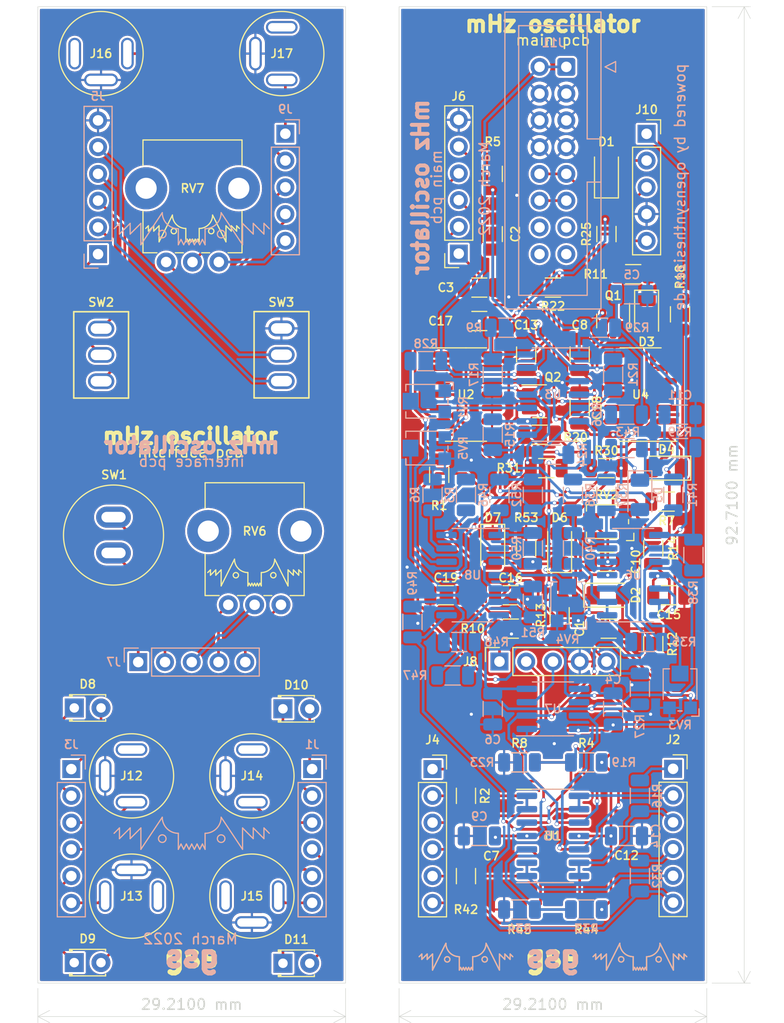
<source format=kicad_pcb>
(kicad_pcb (version 20211014) (generator pcbnew)
  (layers (0 "F.Cu" signal) (31 "B.Cu" signal) (34 "B.Paste" user) (35 "F.Paste" user) (36 "B.SilkS" user "B.Silkscreen") (37 "F.SilkS" user "F.Silkscreen") (38 "B.Mask" user) (39 "F.Mask" user) (44 "Edge.Cuts" user))
  (net 0 "")
  (net 1 "Net-(C1-Pad1)")
  (net 2 "Net-(C1-Pad2)")
  (net 3 "Net-(C2-Pad2)")
  (net 4 "GND")
  (net 5 "+12V")
  (net 6 "SAW_CORE")
  (net 7 "-12V")
  (net 8 "TRI_OUT")
  (net 9 "Net-(D1-Pad1)")
  (net 10 "Net-(D2-Pad1)")
  (net 11 "Net-(D3-Pad1)")
  (net 12 "Net-(D4-Pad1)")
  (net 13 "Net-(D4-Pad2)")
  (net 14 "Net-(D5-Pad1)")
  (net 15 "Net-(D5-Pad2)")
  (net 16 "Net-(D6-Pad1)")
  (net 17 "+5V")
  (net 18 "Net-(Q1-Pad1)")
  (net 19 "Net-(Q2-Pad1)")
  (net 20 "Net-(Q2-Pad2)")
  (net 21 "Net-(Q2-Pad3)")
  (net 22 "Net-(R1-Pad2)")
  (net 23 "Net-(R3-Pad2)")
  (net 24 "Net-(R4-Pad1)")
  (net 25 "Net-(R5-Pad2)")
  (net 26 "Net-(R7-Pad2)")
  (net 27 "Net-(R17-Pad1)")
  (net 28 "Net-(R14-Pad1)")
  (net 29 "Net-(R14-Pad2)")
  (net 30 "Net-(R19-Pad1)")
  (net 31 "Net-(R20-Pad2)")
  (net 32 "Net-(R24-Pad2)")
  (net 33 "PWM_OUT")
  (net 34 "Net-(R28-Pad1)")
  (net 35 "Net-(R30-Pad1)")
  (net 36 "Net-(R33-Pad1)")
  (net 37 "Net-(R35-Pad1)")
  (net 38 "Net-(R35-Pad2)")
  (net 39 "Net-(R36-Pad1)")
  (net 40 "Net-(R36-Pad2)")
  (net 41 "Net-(R38-Pad1)")
  (net 42 "Net-(R44-Pad1)")
  (net 43 "Net-(R46-Pad1)")
  (net 44 "Net-(R46-Pad2)")
  (net 45 "Net-(R47-Pad1)")
  (net 46 "Net-(R47-Pad2)")
  (net 47 "Net-(R48-Pad1)")
  (net 48 "SIN_OUT")
  (net 49 "Net-(RV3-Pad2)")
  (net 50 "Net-(RV4-Pad2)")
  (net 51 "Net-(RV5-Pad2)")
  (net 52 "/main_pcb/Freq_Low")
  (net 53 "/main_pcb/Freq_High")
  (net 54 "/main_pcb/Trigger_input")
  (net 55 "Net-(D3-Pad2)")
  (net 56 "/interface_pcb/Saw_LEDCathode")
  (net 57 "/interface_pcb/Saw_LEDAnode")
  (net 58 "/interface_pcb/Square_LEDCathode")
  (net 59 "/interface_pcb/Square_LEDAnode")
  (net 60 "/interface_pcb/Triangle_LEDCathode")
  (net 61 "/interface_pcb/Triangle_LEDAnode")
  (net 62 "/interface_pcb/Sine_LEDCathode")
  (net 63 "/interface_pcb/Sine_LEDAnode")
  (net 64 "/interface_pcb/Saw")
  (net 65 "/interface_pcb/Sine")
  (net 66 "/main_pcb/Saw_LEDAnode")
  (net 67 "/main_pcb/Saw_LEDCathode")
  (net 68 "/main_pcb/Saw")
  (net 69 "/main_pcb/Sine_LEDAnode")
  (net 70 "/main_pcb/Sine_LEDCathode")
  (net 71 "/main_pcb/Sine")
  (net 72 "/interface_pcb/Triangle")
  (net 73 "/interface_pcb/Square")
  (net 74 "/main_pcb/Triangle_LEDAnode")
  (net 75 "/main_pcb/Triangle_LEDCathode")
  (net 76 "/main_pcb/Triangle")
  (net 77 "/main_pcb/Square_LEDAnode")
  (net 78 "/main_pcb/Square_LEDCathode")
  (net 79 "/main_pcb/Square")
  (net 80 "/interface_pcb/Freq_Switch_Output")
  (net 81 "/interface_pcb/Freq_High")
  (net 82 "/interface_pcb/Freq_Low")
  (net 83 "/interface_pcb/SMTS_OneShot")
  (net 84 "/interface_pcb/SMTS_Output")
  (net 85 "/interface_pcb/0V")
  (net 86 "/main_pcb/Freq_Switch_Output")
  (net 87 "/main_pcb/SMTS_OneShot")
  (net 88 "/main_pcb/SMTS_Output")
  (net 89 "/interface_pcb/PushButton_1")
  (net 90 "/interface_pcb/PushButton_2")
  (net 91 "/interface_pcb/PWM_Wiper")
  (net 92 "/interface_pcb/PWM_CCW")
  (net 93 "/interface_pcb/PWM_CW")
  (net 94 "/main_pcb/PushButton_1")
  (net 95 "/main_pcb/PWM_Wiper")
  (net 96 "/interface_pcb/CV_in")
  (net 97 "/interface_pcb/Trigger_input")
  (net 98 "/interface_pcb/Freq_Wiper")
  (net 99 "/interface_pcb/Freq_CCW")
  (net 100 "/interface_pcb/Freq_CW")
  (net 101 "/main_pcb/CV_in")
  (net 102 "/main_pcb/Freq_Wiper")
  (net 103 "/main_pcb/Freq_CW")
  (net 114 "Net-(RV2-Pad2)")
  (footprint "Diode_SMD:D_1206_3216Metric" (layer "F.Cu") (at 48.895 -55.245 -90)
    (fp_text reference "D3")
    (fp_text value "1N4148")
  )
  (footprint "Resistor_SMD:R_1206_3216Metric" (layer "F.Cu") (at 38.735 -43.815 180)
    (fp_text reference "R20")
    (fp_text value "180k")
  )
  (footprint "OS_Scribbles:silkscreen_alien_small" (layer "F.Cu") (at 48.26 7.017)
    (fp_text reference "  " hide)
    (fp_text value "  " hide)
  )
  (footprint "OS_Potentiometers:Potentiometer_RK09_RV09_Vertical" (layer "F.Cu") (at 5.79 -67.2)
    (fp_text reference "RV7")
    (fp_text value "100k log")
  )
  (footprint "Resistor_SMD:R_1206_3216Metric" (layer "F.Cu") (at 43.18 -12.7)
    (fp_text reference "R4")
    (fp_text value "860k")
  )
  (footprint "LED_THT:LED_D1.8mm_W3.3mm_H2.4mm" (layer "F.Cu") (at 14.3778 6.3719)
    (fp_text reference "D11")
    (fp_text value "Blue")
  )
  (footprint "Capacitor_SMD:C_1206_3216Metric" (layer "F.Cu") (at 45.29 -25.4 180)
    (fp_text reference "C1")
    (fp_text value "69n")
  )
  (footprint "Resistor_SMD:R_1206_3216Metric" (layer "F.Cu") (at 49.53 -23.9375 -90)
    (fp_text reference "R12")
    (fp_text value "10k")
  )
  (footprint "Resistor_SMD:R_1206_3216Metric" (layer "F.Cu") (at 34.29 -68.58 -90)
    (fp_text reference "R5")
    (fp_text value "100k")
  )
  (footprint "Resistor_SMD:R_1206_3216Metric" (layer "F.Cu") (at 52.07 -55.245 -90)
    (fp_text reference "R18")
    (fp_text value "1meg")
  )
  (footprint "Diode_SMD:D_1206_3216Metric" (layer "F.Cu") (at 45.085 -68.58 90)
    (fp_text reference "D1")
    (fp_text value "1N4148")
  )
  (footprint "Package_SO:SOIC-14_3.9x8.7mm_P1.27mm" (layer "F.Cu") (at 40.005 -5.715)
    (fp_text reference "U1")
    (fp_text value "LM324")
  )
  (footprint "Capacitor_SMD:C_1206_3216Metric" (layer "F.Cu") (at 42.545 -51.435 90)
    (fp_text reference "C8")
    (fp_text value "100n")
  )
  (footprint "Capacitor_SMD:C_1206_3216Metric" (layer "F.Cu") (at 51.005 -28.575 180)
    (fp_text reference "C15")
    (fp_text value "100n")
  )
  (footprint "Package_SO:SOIC-14_3.9x8.7mm_P1.27mm" (layer "F.Cu") (at 48.325 -47.625 180)
    (fp_text reference "U4")
    (fp_text value "4071")
  )
  (footprint "LED_THT:LED_D1.8mm_W3.3mm_H2.4mm" (layer "F.Cu") (at -5.4322 -17.8717)
    (fp_text reference "D8")
    (fp_text value "Blue")
  )
  (footprint "Package_SO:SOIC-14_3.9x8.7mm_P1.27mm" (layer "F.Cu") (at 31.75 -47.625)
    (fp_text reference "U2")
    (fp_text value "4013")
  )
  (footprint "Resistor_SMD:R_1206_3216Metric" (layer "F.Cu") (at 40.005 -57.785)
    (fp_text reference "R22")
    (fp_text value "100k")
  )
  (footprint "OS_Connectors:Jack_3.5mm_PJ392_Vertical" (layer "F.Cu") (at 11.43 -11.42 90)
    (fp_text reference "J14")
    (fp_text value "Triangle")
  )
  (footprint "Resistor_SMD:R_1206_3216Metric" (layer "F.Cu") (at 45.085 -62.865 -90)
    (fp_text reference "R25")
    (fp_text value "3k3")
  )
  (footprint "LED_THT:LED_D1.8mm_W3.3mm_H2.4mm" (layer "F.Cu") (at -5.4377 6.31)
    (fp_text reference "D9")
    (fp_text value "Blue")
  )
  (footprint "Diode_SMD:D_1206_3216Metric" (layer "F.Cu") (at 40.64 -33.02 90)
    (fp_text reference "D6")
    (fp_text value "1N4148")
  )
  (footprint "OS_Scribbles:silkscreen_alien_small" (layer "F.Cu") (at 31.75 7.017)
    (fp_text reference "  " hide)
    (fp_text value "  " hide)
  )
  (footprint "OS_Connectors:Jack_3.5mm_PJ392_Vertical" (layer "F.Cu") (at 14.2643 -80 90)
    (fp_text reference "J17")
    (fp_text value "CV_in")
  )
  (footprint "Resistor_SMD:R_1206_3216Metric" (layer "F.Cu") (at 39.37 -40.64)
    (fp_text reference "R31")
    (fp_text value "47k")
  )
  (footprint "Connector_PinSocket_2.54mm:PinSocket_1x06_P2.54mm_Vertical" (layer "F.Cu") (at 31.065 -61.01 180)
    (fp_text reference "J6")
    (fp_text value "Conn_01x06_Female")
  )
  (footprint "Resistor_SMD:R_1206_3216Metric" (layer "F.Cu") (at 43.18 1.27)
    (fp_text reference "R44")
    (fp_text value "860k")
  )
  (footprint "Capacitor_SMD:C_1206_3216Metric" (layer "F.Cu") (at 46.99 -5.715 180)
    (fp_text reference "C12")
    (fp_text value "100n")
  )
  (footprint "Resistor_SMD:R_1206_3216Metric" (layer "F.Cu") (at 47.625 -59.055 180)
    (fp_text reference "R11")
    (fp_text value "3k3")
  )
  (footprint "Capacitor_SMD:C_1206_3216Metric" (layer "F.Cu") (at 34.29 -62.865 -90)
    (fp_text reference "C2")
    (fp_text value "470n")
  )
  (footprint "Resistor_SMD:R_1206_3216Metric" (layer "F.Cu") (at 50.8 -37.465 180)
    (fp_text reference "R7")
    (fp_text value "10k")
  )
  (footprint "Capacitor_SMD:C_1206_3216Metric" (layer "F.Cu") (at 45.085 -31.75 180)
    (fp_text reference "C10")
    (fp_text value "100n")
  )
  (footprint "OS_Scribbles:silkscreen_alien_small" (layer "F.Cu") (at 11.684 -29.4574)
    (fp_text reference "  " hide)
    (fp_text value "  " hide)
  )
  (footprint "OS_Switches:SW_PBS-110_Normally-Open_Push_Button" (layer "F.Cu") (at -1.707 -34.2875)
    (fp_text reference "SW1")
    (fp_text value "Trigger Button")
  )
  (footprint "Package_TO_SOT_SMD:SOT-23" (layer "F.Cu") (at 45.72 -54.61 -90)
    (fp_text reference "Q1")
    (fp_text value "BC847")
  )
  (footprint "Resistor_SMD:R_1206_3216Metric" (layer "F.Cu") (at 37.465 -33.02 -90)
    (fp_text reference "R53")
    (fp_text value "22k")
  )
  (footprint "Capacitor_SMD:C_1206_3216Metric" (layer "F.Cu") (at 35.99 -28.575)
    (fp_text reference "C16")
    (fp_text value "100n")
  )
  (footprint "OS_Potentiometers:Potentiometer_RK09_RV09_Vertical" (layer "F.Cu") (at 11.6885 -34.6517)
    (fp_text reference "RV6")
    (fp_text value "100k lin")
  )
  (footprint "OS_Connectors:Jack_3.5mm_PJ392_Vertical" (layer "F.Cu") (at 0 -11.42 90)
    (fp_text reference "J12")
    (fp_text value "Saw")
  )
  (footprint "Connector_PinSocket_2.54mm:PinSocket_1x05_P2.54mm_Vertical" (layer "F.Cu") (at 48.895 -72.385)
    (fp_text reference "J10")
    (fp_text value "Conn_01x05_Female")
  )
  (footprint "Resistor_SMD:R_1206_3216Metric" (layer "F.Cu") (at 49.53 -33.02 90)
    (fp_text reference "R14")
    (fp_text value "43k")
  )
  (footprint "OS_Connectors:Jack_3.5mm_PJ392_Vertical" (layer "F.Cu") (at 11.43 0 180)
    (fp_text reference "J15")
    (fp_text value "Sine")
  )
  (footprint "LED_THT:LED_D1.8mm_W3.3mm_H2.4mm" (layer "F.Cu") (at 14.3764 -17.79)
    (fp_text reference "D10")
    (fp_text value "Blue")
  )
  (footprint "Resistor_SMD:R_1206_3216Metric" (layer "F.Cu") (at 31.75 -9.525 -90)
    (fp_text reference "R2")
    (fp_text value "2k7")
  )
  (footprint "Resistor_SMD:R_1206_3216Metric" (layer "F.Cu") (at 36.83 -12.7)
    (fp_text reference "R8")
    (fp_text value "100k")
  )
  (footprint "Capacitor_SMD:C_1206_3216Metric" (layer "F.Cu") (at 33.02 -57.785 180)
    (fp_text reference "C3")
    (fp_text value "100n")
  )
  (footprint "Capacitor_SMD:C_1206_3216Metric" (layer "F.Cu") (at 42.545 -46.355 90)
    (fp_text reference "C18")
    (fp_text value "100n")
  )
  (footprint "Connector_PinSocket_2.54mm:PinSocket_1x06_P2.54mm_Vertical" (layer "F.Cu") (at 28.575 -12.065)
    (fp_text reference "J4")
    (fp_text value "Conn_01x06_Female")
  )
  (footprint "Capacitor_SMD:C_1206_3216Metric" (layer "F.Cu") (at 29.845 -28.575)
    (fp_text reference "C19")
    (fp_text value "100n")
  )
  (footprint "OS_Connectors:Jack_3.5mm_PJ392_Vertical" (layer "F.Cu") (at -2.8918 -80 180)
    (fp_text reference "J16")
    (fp_text value "Trigger")
  )
  (footprint "Capacitor_SMD:C_1206_3216Metric" (layer "F.Cu") (at 37.465 -51.435 -90)
    (fp_text reference "C13")
    (fp_text value "100n")
  )
  (footprint "Resistor_SMD:R_1206_3216Metric" (layer "F.Cu") (at 45.085 -40.64)
    (fp_text reference "R30")
    (fp_text value "33k")
  )
  (footprint "OS_Switches:SW_STMS-102-Micro_Toggle_Switch_SPDT_Vertical" (layer "F.Cu") (at -2.882 -51.39 180)
    (fp_text reference "SW2")
    (fp_text value "Freq Range")
  )
  (footprint "Resistor_SMD:R_1206_3216Metric" (layer "F.Cu") (at 40.64 -26.67 90)
    (fp_text reference "R13")
    (fp_text value "10k")
  )
  (footprint "OS_Connectors:Jack_3.5mm_PJ392_Vertical" (layer "F.Cu") (at 0 0)
    (fp_text reference "J13")
    (fp_text value "Sqaure")
  )
  (footprint "Connector_PinSocket_2.54mm:PinSocket_1x05_P2.54mm_Vertical" (layer "F.Cu") (at 34.93 -22.275 90)
    (fp_text reference "J8")
    (fp_text value "Conn_01x05_Female")
  )
  (footprint "Resistor_SMD:R_1206_3216Metric" (layer "F.Cu") (at 31.75 -1.905 -90)
    (fp_text reference "R42")
    (fp_text value "2k7")
  )
  (footprint "Potentiometer_SMD:Potentiometer_Bourns_TC33X_Vertical" (layer "F.Cu") (at 45.085 -35.56 180)
    (fp_text reference "RV2")
    (fp_text value "100k")
  )
  (footprint "Resistor_SMD:R_1206_3216Metric" (layer "F.Cu") (at 36.0025 -25.4)
    (fp_text reference "R10")
    (fp_text value "1k")
  )
  (footprint "OS_Switches:SW_STMS-102-Micro_Toggle_Switch_SPDT_Vertical" (layer "F.Cu") (at 14.2365 -51.405)
    (fp_text reference "SW3")
    (fp_text value "One Shot or Continous")
  )
  (footprint "Capacitor_SMD:C_1206_3216Metric" (layer "F.Cu") (at 33.02 -5.715 180)
    (fp_text reference "C7")
    (fp_text value "100n")
  )
  (footprint "Diode_SMD:D_1206_3216Metric" (layer "F.Cu") (at 34.29 -33.02 -90)
    (fp_text reference "D7")
    (fp_text value "1N4148")
  )
  (footprint "Resistor_SMD:R_1206_3216Metric" (layer "F.Cu") (at 29.21 -40.005 90)
    (fp_text reference "R1")
    (fp_text value "10k")
  )
  (footprint "Connector_PinSocket_2.54mm:PinSocket_1x06_P2.54mm_Vertical" (layer "F.Cu") (at 51.41 -12.09)
    (fp_text reference "J2")
    (fp_text value "Conn_01x06_Female")
  )
  (footprint "Diode_SMD:D_1206_3216Metric" (layer "F.Cu") (at 50.8 -40.64 180)
    (fp_text reference "D4")
    (fp_text value "1N4148")
  )
  (footprint "Resistor_SMD:R_1206_3216Metric" (layer "F.Cu") (at 36.83 1.27)
    (fp_text reference "R45")
    (fp_text value "100k")
  )
  (footprint "OS_Scribbles:silkscreen_alien_small" (layer "F.Cu") (at 5.7912 -62.1284)
    (fp_text reference "  " hide)
    (fp_text value "  " hide)
  )
  (footprint "Diode_SMD:D_1206_3216Metric" (layer "F.Cu") (at 45.215 -28.575)
    (fp_text reference "D2")
    (fp_text value "1N4148")
  )
  (footprint "Capacitor_SMD:C_1206_3216Metric" (layer "F.Cu") (at 33.02 -54.61 180)
    (fp_text reference "C17")
    (fp_text value "100n")
  )
  (footprint "Package_TO_SOT_SMD:SOT-23" (layer "F.Cu") (at 38.735 -46.99)
    (fp_text reference "Q2")
    (fp_text value "BC847")
  )
  (footprint "Resistor_SMD:R_1206_3216Metric" (layer "B.Cu") (at 43.18 -12.7)
    (fp_text reference "R19")
    (fp_text value "860k")
  )
  (footprint "Resistor_SMD:R_1206_3216Metric" (layer "B.Cu") (at 38.1 -38.1 90)
    (fp_text reference "R52")
    (fp_text value "10k")
  )
  (footprint "Resistor_SMD:R_1206_3216Metric" (layer "B.Cu") (at 36.83 1.27)
    (fp_text reference "R34")
    (fp_text value "100k")
  )
  (footprint "Resistor_SMD:R_1206_3216Metric" (layer "B.Cu") (at 26.67 -26.035 90)
    (fp_text reference "R49")
    (fp_text value "10k")
  )
  (footprint "Capacitor_SMD:C_1206_3216Metric" (layer "B.Cu") (at 46.99 -5.715 180)
    (fp_text reference "C14")
    (fp_text value "100n")
  )
  (footprint "Resistor_SMD:R_1206_3216Metric" (layer "B.Cu") (at 36.83 -12.7)
    (fp_text reference "R23")
    (fp_text value "100k")
  )
  (footprint "Resistor_SMD:R_1206_3216Metric" (layer "B.Cu") (at 43.18 1.27)
    (fp_text reference "R33")
    (fp_text value "860k")
  )
  (footprint "Package_SO:SOIC-8_3.9x4.9mm_P1.27mm" (layer "B.Cu") (at 40.005 -17.78)
    (fp_text reference "U7")
    (fp_text value "LM311")
  )
  (footprint "Connector_PinHeader_2.54mm:PinHeader_1x05_P2.54mm_Vertical" (layer "B.Cu") (at 0.64 -22.225 -90)
    (fp_text reference "J7")
    (fp_text value "Conn_01x05_Male")
  )
  (footprint "Resistor_SMD:R_1206_3216Metric" (layer "B.Cu") (at 45.085 -38.1 90)
    (fp_text reference "R37")
    (fp_text value "10k")
  )
  (footprint "Connector_PinHeader_2.54mm:PinHeader_1x06_P2.54mm_Vertical" (layer "B.Cu") (at -3.175 -60.96)
    (fp_text reference "J5")
    (fp_text value "Conn_01x06_Male")
  )
  (footprint "Resistor_SMD:R_1206_3216Metric" (layer "B.Cu") (at 30.48 -20.955 180)
    (fp_text reference "R47")
    (fp_text value "33k")
  )
  (footprint "Resistor_SMD:R_1206_3216Metric" (layer "B.Cu") (at 48.26 -1.905 -90)
    (fp_text reference "R32")
    (fp_text value "2k7")
  )
  (footprint "Resistor_SMD:R_1206_3216Metric" (layer "B.Cu") (at 31.115 -24.13)
    (fp_text reference "R48")
    (fp_text value "10k")
  )
  (footprint "Resistor_SMD:R_1206_3216Metric" (layer "B.Cu") (at 40.005 -41.91 180)
    (fp_text reference "R24")
    (fp_text value "56k")
  )
  (footprint "Resistor_SMD:R_1206_3216Metric" (layer "B.Cu") (at 27.94 -50.8)
    (fp_text reference "R28")
    (fp_text value "100k")
  )
  (footprint "Resistor_SMD:R_1206_3216Metric" (layer "B.Cu") (at 44.45 -53.975 180)
    (fp_text reference "R29")
    (fp_text value "3k3")
  )
  (footprint "Capacitor_SMD:C_1206_3216Metric" (layer "B.Cu") (at 33.02 -5.715 180)
    (fp_text reference "C9")
    (fp_text value "100n")
  )
  (footprint "Resistor_SMD:R_1206_3216Metric" (layer "B.Cu") (at 48.26 -9.525 -90)
    (fp_text reference "R16")
    (fp_text value "2k7")
  )
  (footprint "OS_Scribbles:silkscreen_alien" (layer "B.Cu") (at 5.715 -5.461 180)
    (fp_text reference "   " hide)
    (fp_text value "   " hide)
  )
  (footprint "Connector_PinHeader_2.54mm:PinHeader_1x06_P2.54mm_Vertical" (layer "B.Cu") (at 17.145 -12.065 180)
    (fp_text reference "J1")
    (fp_text value "Conn_01x06_Male")
  )
  (footprint "Diode_SMD:D_1206_3216Metric" (layer "B.Cu") (at 48.26 -38.1 -90)
    (fp_text reference "D5")
    (fp_text value "1N4148")
  )
  (footprint "Resistor_SMD:R_1206_3216Metric" (layer "B.Cu") (at 41.91 -33.02 -90)
    (fp_text reference "R40")
    (fp_text value "10k")
  )
  (footprint "Resistor_SMD:R_1206_3216Metric" (layer "B.Cu") (at 53.34 -32.385 -90)
    (fp_text reference "R38")
    (fp_text value "27k")
  )
  (footprint "OS_Scribbles:silkscreen_alien_small" (layer "B.Cu") (at 48.26 7.017 180)
    (fp_text reference "  " hide)
    (fp_text value "  " hide)
  )
  (footprint "Potentiometer_SMD:Potentiometer_Bourns_TC33X_Vertical" (layer "B.Cu") (at 52.07 -19.685 90)
    (fp_text reference "RV3")
    (fp_text value "100k")
  )
  (footprint "Resistor_SMD:R_1206_3216Metric" (layer "B.Cu") (at 34.925 -38.1 90)
    (fp_text reference "R46")
    (fp_text value "3k9")
  )
  (footprint "Capacitor_SMD:C_1206_3216Metric" (layer "B.Cu") (at 34.29 -17.78 -90)
    (fp_text reference "C6")
    (fp_text value "100n")
  )
  (footprint "Connector_PinHeader_2.54mm:PinHeader_1x06_P2.54mm_Vertical" (layer "B.Cu") (at -5.715 -12.065 180)
    (fp_text reference "J3")
    (fp_text value "Conn_01x06_Male")
  )
  (footprint "Resistor_SMD:R_1206_3216Metric" (layer "B.Cu") (at 46.99 -45.72)
    (fp_text reference "R26")
    (fp_text value "12k")
  )
  (footprint "Package_SO:SOIC-14_3.9x8.7mm_P1.27mm" (layer "B.Cu") (at 40.005 -47.625 180)
    (fp_text reference "U3")
    (fp_text value "LM324")
  )
  (footprint "Resistor_SMD:R_1206_3216Metric" (layer "B.Cu") (at 45.72 -49.53 -90)
    (fp_text reference "R21")
    (fp_text value "1meg")
  )
  (footprint "Resistor_SMD:R_1206_3216Metric" (layer "B.Cu") (at 41.91 -38.1 -90)
    (fp_text reference "R36")
    (fp_text value "10k")
  )
  (footprint "Resistor_SMD:R_1206_3216Metric" (layer "B.Cu") (at 34.29 -43.815 90)
    (fp_text reference "R15")
    (fp_text value "100k")
  )
  (footprint "Potentiometer_SMD:Potentiometer_Bourns_TC33X_Vertical" (layer "B.Cu") (at 41.402 -27.94 90)
    (fp_text reference "RV4")
    (fp_text value "100k")
  )
  (footprint "Resistor_SMD:R_1206_3216Metric" (layer "B.Cu") (at 38.1 -27.94 -90)
    (fp_text reference "R51")
    (fp_text value "10k")
  )
  (footprint "Resistor_SMD:R_1206_3216Metric" (layer "B.Cu") (at 48.26 -19.685 -90)
    (fp_text reference "R27")
    (fp_text value "100k")
  )
  (footprint "OS_Scribbles:silkscreen_alien_small" (layer "B.Cu") (at 31.75 7.017 180)
    (fp_text reference "  " hide)
    (fp_text value "  " hide)
  )
  (footprint "Resistor_SMD:R_1206_3216Metric" (layer "B.Cu") (at 46.99 -42.545 180)
    (fp_text reference "R43")
    (fp_text value "10k")
  )
  (footprint "OS_Scribbles:silkscreen_alien" (layer "B.Cu") (at 5.715 -62.865 180)
    (fp_text reference "   " hide)
    (fp_text value "   " hide)
  )
  (footprint "Resistor_SMD:R_1206_3216Metric" (layer "B.Cu") (at 52.07 -42.545)
    (fp_text reference "R39")
    (fp_text value "3k3")
  )
  (footprint "Capacitor_SMD:C_1206_3216Metric" (layer "B.Cu") (at 52.07 -45.72 180)
    (fp_text reference "C11")
    (fp_text value "47n")
  )
  (footprint "Connector_IDC:IDC-Header_2x08_P2.54mm_Vertical" (layer "B.Cu") (at 41.275 -78.74 180)
    (fp_text reference "J11")
    (fp_text value "Conn_02x08_Odd_Even")
  )
  (footprint "Connector_PinHeader_2.54mm:PinHeader_1x05_P2.54mm_Vertical" (layer "B.Cu") (at 14.605 -72.39 180)
    (fp_text reference "J9")
    (fp_text value "Conn_01x05_Male")
  )
  (footprint "Potentiometer_SMD:Potentiometer_Bourns_TC33X_Vertical" (layer "B.Cu") (at 27.94 -46.99 180)
    (fp_text reference "RV1")
    (fp_text value "10k")
  )
  (footprint "Package_SO:SOIC-14_3.9x8.7mm_P1.27mm" (layer "B.Cu") (at 32.385 -30.48 180)
    (fp_text reference "U8")
    (fp_text value "LM324")
  )
  (footprint "Capacitor_SMD:C_1206_3216Metric" (layer "B.Cu") (at 45.72 -17.78 -90)
    (fp_text reference "C4")
    (fp_text value "100n")
  )
  (footprint "Resistor_SMD:R_1206_3216Metric" (layer "B.Cu") (at 35.56 -53.975 180)
    (fp_text reference "R9")
    (fp_text value "100k")
  )
  (footprint "Resistor_SMD:R_1206_3216Metric" (layer "B.Cu") (at 34.29 -49.53 -90)
    (fp_text reference "R17")
    (fp_text value "22k")
  )
  (footprint "Capacitor_SMD:C_1206_3216Metric" (layer "B.Cu") (at 47.498 -57.15 180)
    (fp_text reference "C5")
    (fp_text value "47n")
  )
  (footprint "Package_SO:SOIC-14_3.9x8.7mm_P1.27mm" (layer "B.Cu") (at 47.625 -30.48)
    (fp_text reference "U6")
    (fp_text value "LM324")
  )
  (footprint "Resistor_SMD:R_1206_3216Metric" (layer "B.Cu") (at 48.895 -24.13 180)
    (fp_text reference "R35")
    (fp_text value "10k")
  )
  (footprint "Resistor_SMD:R_1206_3216Metric" (layer "B.Cu") (at 51.435 -38.1 90)
    (fp_text reference "R41")
    (fp_text value "10k")
  )
  (footprint "Resistor_SMD:R_1206_3216Metric" (layer "B.Cu") (at 31.75 -38.1 90)
    (fp_text reference "R3")
    (fp_text value "150k")
  )
  (footprint "Resistor_SMD:R_1206_3216Metric" (layer "B.Cu") (at 38.1 -33.02 90)
    (fp_text reference "R50")
    (fp_text value "100k")
  )
  (footprint "Resistor_SMD:R_1206_3216Metric" (layer "B.Cu") (at 28.575 -38.1 90)
    (fp_text reference "R6")
    (fp_text value "100k")
  )
  (footprint "Potentiometer_SMD:Potentiometer_Bourns_TC33X_Vertical" (layer "B.Cu") (at 27.94 -42.545 180)
    (fp_text reference "RV5")
    (fp_text value "100k")
  )
  (footprint "Package_SO:SOIC-14_3.9x8.7mm_P1.27mm" (layer "B.Cu") (at 40.005 -5.715)
    (fp_text reference "U5")
    (fp_text value "LM324")
  )
  (gr_rect (start -8.89 8.255) (end 20.32 -84.455) (layer "Edge.Cuts") (width 0.05) (fill none))
  (gr_rect (start 25.4 8.255) (end 54.61 -84.455) (layer "Edge.Cuts") (width 0.05) (fill none))
  (gr_text "interface pcb" (at 5.715 -41.275) (layer "B.SilkS") (effects (font (size 1 1)) (justify mirror)))
  (gr_text "powered by opensynthesizer.de" (at 52.07 -67.31 90) (layer "B.SilkS") (effects (font (size 1 1)) (justify mirror)))
  (gr_text "mHz oscillator" (at 27.432 -67.31 90) (layer "B.SilkS") (effects (font (size 1.5 1.5) (thickness 0.375)) (justify mirror)))
  (gr_text "main pcb\n" (at 28.956 -67.31 90) (layer "B.SilkS") (effects (font (size 1 1)) (justify mirror)))
  (gr_text "March 2022\n" (at 33.528 -67.183 90) (layer "B.SilkS") (effects (font (size 1 1)) (justify mirror)))
  (gr_text "gss" (at 5.715 5.715) (layer "B.SilkS") (effects (font (size 2 2) (thickness 0.5)) (justify mirror)))
  (gr_text "March 2022\n" (at 5.588 4.064) (layer "B.SilkS") (effects (font (size 1 1)) (justify mirror)))
  (gr_text "gss" (at 40.005 5.715) (layer "B.SilkS") (effects (font (size 2 2) (thickness 0.5)) (justify mirror)))
  (gr_text "mHz oscillator" (at 5.715 -42.799) (layer "B.SilkS") (effects (font (size 1.5 1.5) (thickness 0.375)) (justify mirror)))
  (gr_text "mHz oscillator" (at 40.005 -82.804) (layer "F.SilkS") (effects (font (size 1.5 1.5) (thickness 0.375))))
  (gr_text "gss" (at 39.985084 5.714999) (layer "F.SilkS") (effects (font (size 2 2) (thickness 0.5))))
  (gr_text "mHz oscillator" (at 5.588 -43.688) (layer "F.SilkS") (effects (font (size 1.5 1.5) (thickness 0.375))))
  (gr_text "interface pcb" (at 5.588 -42.164) (layer "F.SilkS") (effects (font (size 1 1))))
  (gr_text "gss" (at 5.715 5.715) (layer "F.SilkS") (effects (font (size 2 2) (thickness 0.5))))
  (gr_text "main pcb\n" (at 40.005 -81.28) (layer "F.SilkS") (effects (font (size 1 1))))
  (dimension (type aligned) (layer "Edge.Cuts") (pts (xy 54.61 -84.455) (xy 54.61 8.255)) (height -3.556) (gr_text "92.7100 mm" (at 57.016 -38.1 90) (layer "Edge.Cuts") (effects (font (size 1 1) (thickness 0.15)))) (format (units 3) (units_format 1) (precision 4)) (style (thickness 0.05) (arrow_length 1.27) (text_position_mode 0) (extension_height 0.58642) (extension_offset 0.5) keep_text_aligned))
  (dimension (type aligned) (layer "Edge.Cuts") (pts (xy -8.89 8.255) (xy 20.32 8.255)) (height 3.175) (gr_text "29.2100 mm" (at 5.715 10.28) (layer "Edge.Cuts") (effects (font (size 1 1) (thickness 0.15)))) (format (units 3) (units_format 1) (precision 4)) (style (thickness 0.05) (arrow_length 1.27) (text_position_mode 0) (extension_height 0.58642) (extension_offset 0.5) keep_text_aligned))
  (dimension (type aligned) (layer "Edge.Cuts") (pts (xy 25.4 8.255) (xy 54.61 8.255)) (height 3.175) (gr_text "29.2100 mm" (at 40.005 10.28) (layer "Edge.Cuts") (effects (font (size 1 1) (thickness 0.15)))) (format (units 3) (units_format 1) (precision 4)) (style (thickness 0.05) (arrow_length 1.27) (text_position_mode 0) (extension_height 0.58642) (extension_offset 0.5) keep_text_aligned))
  (segment (start 49.53 -25.4) (end 46.765 -25.4) (width 0.25) (layer "F.Cu") (net 1))
  (segment (start 46.615 -28.575) (end 46.615 -25.55) (width 0.25) (layer "F.Cu") (net 1))
  (segment (start 46.615 -25.55) (end 46.765 -25.4) (width 0.25) (layer "F.Cu") (net 1))
  (segment (start 40.64 -25.2075) (end 43.6225 -25.2075) (width 0.25) (layer "F.Cu") (net 2))
  (segment (start 37.465 -25.4) (end 40.4475 -25.4) (width 0.25) (layer "F.Cu") (net 2))
  (segment (start 43.6225 -25.2075) (end 43.815 -25.4) (width 0.25) (layer "F.Cu") (net 2))
  (segment (start 34.036 -26.924) (end 32.512 -28.448) (width 0.25) (layer "F.Cu") (net 2))
  (segment (start 40.4475 -25.4) (end 40.64 -25.2075) (width 0.25) (layer "F.Cu") (net 2))
  (segment (start 32.512 -31.75) (end 29.972 -34.29) (width 0.25) (layer "F.Cu") (net 2))
  (segment (start 37.465 -25.4) (end 35.941 -26.924) (width 0.25) (layer "F.Cu") (net 2))
  (segment (start 35.941 -26.924) (end 34.036 -26.924) (width 0.25) (layer "F.Cu") (net 2))
  (segment (start 32.512 -28.448) (end 32.512 -31.75) (width 0.25) (layer "F.Cu") (net 2))
  (via (at 29.972 -34.29) (size 0.4) (drill 0.3) (layers "F.Cu" "B.Cu") (net 2))
  (segment (start 29.972 -34.29) (end 29.91 -34.29) (width 0.25) (layer "B.Cu") (net 2))
  (segment (start 31.75 -36.13) (end 31.75 -36.6375) (width 0.25) (layer "B.Cu") (net 2))
  (segment (start 29.91 -34.29) (end 31.75 -36.13) (width 0.25) (layer "B.Cu") (net 2))
  (segment (start 34.29 -61.39) (end 34.29 -57.99) (width 0.25) (layer "F.Cu") (net 3))
  (segment (start 44.704 -55.372) (end 44.704 -55.4815) (width 0.25) (layer "F.Cu") (net 3))
  (segment (start 34.29 -57.99) (end 34.495 -57.785) (width 0.25) (layer "F.Cu") (net 3))
  (segment (start 36.449 -57.785) (end 34.495 -57.785) (width 0.25) (layer "F.Cu") (net 3))
  (segment (start 38.1 -56.134) (end 36.449 -57.785) (width 0.25) (layer "F.Cu") (net 3))
  (segment (start 44.704 -55.4815) (end 44.77 -55.5475) (width 0.25) (layer "F.Cu") (net 3))
  (segment (start 38.862 -56.134) (end 38.1 -56.134) (width 0.25) (layer "F.Cu") (net 3))
  (via (at 38.862 -56.134) (size 0.4) (drill 0.3) (layers "F.Cu" "B.Cu") (net 3))
  (via (at 44.704 -55.372) (size 0.4) (drill 0.3) (layers "F.Cu" "B.Cu") (net 3))
  (segment (start 42.48 -53.4675) (end 42.9875 -53.975) (width 0.25) (layer "B.Cu") (net 3))
  (segment (start 42.9875 -53.975) (end 43.307 -53.975) (width 0.25) (layer "B.Cu") (net 3))
  (segment (start 47.244 -52.324) (end 44.45 -52.324) (width 0.25) (layer "B.Cu") (net 3))
  (segment (start 48.4525 -51.1155) (end 47.244 -52.324) (width 0.25) (layer "B.Cu") (net 3))
  (segment (start 38.862 -56.134) (end 41.021 -53.975) (width 0.25) (layer "B.Cu") (net 3))
  (segment (start 43.307 -53.975) (end 44.704 -55.372) (width 0.25) (layer "B.Cu") (net 3))
  (segment (start 42.9875 -53.7865) (end 42.9875 -53.975) (width 0.25) (layer "B.Cu") (net 3))
  (segment (start 41.021 -53.975) (end 42.9875 -53.975) (width 0.25) (layer "B.Cu") (net 3))
  (segment (start 44.45 -52.324) (end 42.9875 -53.7865) (width 0.25) (layer "B.Cu") (net 3))
  (segment (start 42.48 -51.435) (end 42.48 -53.4675) (width 0.25) (layer "B.Cu") (net 3))
  (segment (start 48.4525 -45.72) (end 48.4525 -51.1155) (width 0.25) (layer "B.Cu") (net 3))
  (segment (start 37.592 -28.194) (end 37.592 -28.448) (width 0.25) (layer "F.Cu") (net 4))
  (segment (start 37.592 -28.448) (end 37.465 -28.575) (width 0.25) (layer "F.Cu") (net 4))
  (via (at 35.814 -56.896) (size 0.4) (drill 0.3) (layers "F.Cu" "B.Cu") (net 4))
  (via (at 37.592 -28.194) (size 0.4) (drill 0.3) (layers "F.Cu" "B.Cu") (net 4))
  (via (at 32.258 -41.402) (size 0.4) (drill 0.3) (layers "F.Cu" "B.Cu") (net 4))
  (via (at 49.276 -17.272) (size 0.4) (drill 0.3) (layers "F.Cu" "B.Cu") (net 4))
  (via (at 47.498 -33.02) (size 0.4) (drill 0.3) (layers "F.Cu" "B.Cu") (net 4))
  (via (at 27.178 -25.908) (size 0.4) (drill 0.3) (layers "F.Cu" "B.Cu") (net 4))
  (via (at 40.894 -48.768) (size 0.4) (drill 0.3) (layers "F.Cu" "B.Cu") (net 4))
  (via (at 32.258 -17.272) (size 0.4) (drill 0.3) (layers "F.Cu" "B.Cu") (net 4))
  (via (at 47.498 -20.066) (size 0.4) (drill 0.3) (layers "F.Cu" "B.Cu") (net 4))
  (via (at 26.162 -31.242) (size 0.4) (drill 0.3) (layers "F.Cu" "B.Cu") (net 4))
  (via (at 53.594 -29.21) (size 0.4) (drill 0.3) (layers "F.Cu" "B.Cu") (net 4))
  (via (at 36.068 -24.892) (size 0.4) (drill 0.3) (layers "F.Cu" "B.Cu") (net 4))
  (via (at 36.576 -36.322) (size 0.4) (drill 0.3) (layers "F.Cu" "B.Cu") (net 4))
  (via (at 36.322 -40.132) (size 0.4) (drill 0.3) (layers "F.Cu" "B.Cu") (net 4))
  (via (at 43.434 -33.782) (size 0.4) (drill 0.3) (layers "F.Cu" "B.Cu") (net 4))
  (via (at 33.02 -54.61) (size 0.4) (drill 0.3) (layers "F.Cu" "B.Cu") (net 4))
  (via (at 36.576 -66.548) (size 0.4) (drill 0.3) (layers "F.Cu" "B.Cu") (net 4))
  (via (at 40.132 -14.478) (size 0.4) (drill 0.3) (layers "F.Cu" "B.Cu") (net 4))
  (via (at 47.498 -49.022) (size 0.4) (drill 0.3) (layers "F.Cu" "B.Cu") (net 4))
  (via (at 40.64 -35.814) (size 0.4) (drill 0.3) (layers "F.Cu" "B.Cu") (net 4))
  (segment (start 33.147 -51.435) (end 34.225 -51.435) (width 0.25) (layer "F.Cu") (net 5))
  (segment (start 43.942 -48.006) (end 43.942 -48.563) (width 0.25) (layer "F.Cu") (net 5))
  (segment (start 45.212 -25.043007) (end 45.212 -25.4) (width 0.25) (layer "F.Cu") (net 5))
  (segment (start 44.958 -64.262) (end 45.0195 -64.262) (width 0.25) (layer "F.Cu") (net 5))
  (segment (start 45.085 -64.77) (end 45.085 -64.3275) (width 0.25) (layer "F.Cu") (net 5))
  (segment (start 51.205007 -19.05) (end 45.212 -25.043007) (width 0.25) (layer "F.Cu") (net 5))
  (segment (start 46.885 -32.075) (end 46.885 -34.56) (width 0.25) (layer "F.Cu") (net 5))
  (segment (start 39.624 -27.178) (end 40.64 -26.162) (width 0.25) (layer "F.Cu") (net 5))
  (segment (start 45.212 -15.748) (end 45.72 -16.256) (width 0.25) (layer "F.Cu") (net 5))
  (segment (start 46.56 -31.75) (end 46.885 -32.075) (width 0.25) (layer "F.Cu") (net 5))
  (segment (start 38.862 -20.883) (end 38.862 -15.748) (width 0.25) (layer "F.Cu") (net 5))
  (segment (start 43.73348 -30.52548) (end 45.33548 -30.52548) (width 0.25) (layer "F.Cu") (net 5))
  (segment (start 31.75 -50.038) (end 33.147 -51.435) (width 0.25) (layer "F.Cu") (net 5))
  (segment (start 38.862 -10.414) (end 38.354 -10.922) (width 0.25) (layer "F.Cu") (net 5))
  (segment (start 45.8455 -43.8195) (end 45.85 -43.815) (width 0.25) (layer "F.Cu") (net 5))
  (segment (start 39.116 -10.16) (end 38.862 -10.414) (width 0.25) (layer "F.Cu") (net 5))
  (segment (start 43.942 -48.563) (end 42.545 -49.96) (width 0.25) (layer "F.Cu") (net 5))
  (segment (start 34.515 -28.575) (end 35.179 -28.575) (width 0.25) (layer "F.Cu") (net 5))
  (segment (start 42.545 -44.88) (end 42.545 -45.339) (width 0.25) (layer "F.Cu") (net 5))
  (segment (start 53.086 -19.05) (end 51.205007 -19.05) (width 0.25) (layer "F.Cu") (net 5))
  (segment (start 44.958 -26.67) (end 44.704 -26.924) (width 0.25) (layer "F.Cu") (net 5))
  (segment (start 45.212 -26.416) (end 44.958 -26.67) (width 0.25) (layer "F.Cu") (net 5))
  (segment (start 46.482 -38.8455) (end 45.72 -38.0835) (width 0.25) (layer "F.Cu") (net 5))
  (segment (start 40.58048 -59.12248) (end 40.64 -59.182) (width 0.25) (layer "F.Cu") (net 5))
  (segment (start 43.942 -46.736) (end 43.942 -48.006) (width 0.25) (layer "F.Cu") (net 5))
  (segment (start 45.29 -30.48) (end 45.33548 -30.52548) (width 0.25) (layer "F.Cu") (net 5))
  (segment (start 42.545 -45.339) (end 43.942 -46.736) (width 0.25) (layer "F.Cu") (net 5))
  (segment (start 34.225 -54.34) (end 34.495 -54.61) (width 0.25) (layer "F.Cu") (net 5))
  (segment (start 45.72 -43.8195) (end 43.6055 -43.8195) (width 0.25) (layer "F.Cu") (net 5))
  (segment (start 45.72 -38.0835) (end 45.72 -35.306) (width 0.25) (layer "F.Cu") (net 5))
  (segment (start 39.116 -9.144) (end 39.116 -10.16) (width 0.25) (layer "F.Cu") (net 5))
  (segment (start 42.926 -29.718) (end 43.73348 -30.52548) (width 0.25) (layer "F.Cu") (net 5))
  (segment (start 37.47 -22.275) (end 38.862 -20.883) (width 0.25) (layer "F.Cu") (net 5))
  (segment (start 45.72 -43.8195) (end 45.8455 -43.8195) (width 0.25) (layer "F.Cu") (net 5))
  (segment (start 45.0195 -64.262) (end 45.085 -64.3275) (width 0.25) (layer "F.Cu") (net 5))
  (segment (start 46.5475 -40.64) (end 46.482 -40.64) (width 0.25) (layer "F.Cu") (net 5))
  (segment (start 38.354 -10.922) (end 37.592 -10.922) (width 0.25) (layer "F.Cu") (net 5))
  (segment (start 38.608 -28.448) (end 38.608 -28.194) (width 0.25) (layer "F.Cu") (net 5))
  (segment (start 45.33548 -30.52548) (end 46.56 -31.75) (width 0.25) (layer "F.Cu") (net 5))
  (segment (start 40.58048 -51.92452) (end 40.58048 -59.12248) (width 0.25) (layer "F.Cu") (net 5))
  (segment (start 38.862 -15.748) (end 42.418 -15.748) (width 0.25) (layer "F.Cu") (net 5))
  (segment (start 31.75 -45.466) (end 31.75 -50.038) (width 0.25) (layer "F.Cu") (net 5))
  (segment (start 37.592 -10.922) (end 37.084 -11.43) (width 0.25) (layer "F.Cu") (net 5))
  (segment (start 37.084 -13.97) (end 37.592 -14.478) (width 0.25) (layer "F.Cu") (net 5))
  (segment (start 37.855493 -29.972) (end 38.608 -29.219493) (width 0.25) (layer "F.Cu") (net 5))
  (segment (start 45.212 -25.4) (end 45.212 -26.416) (width 0.25) (layer "F.Cu") (net 5))
  (segment (start 42.545 -49.96) (end 40.58048 -51.92452) (width 0.25) (layer "F.Cu") (net 5))
  (segment (start 45.212 -30.48) (end 45.29 -30.48) (width 0.25) (layer "F.Cu") (net 5))
  (segment (start 45.72 -35.306) (end 46.139 -35.306) (width 0.25) (layer "F.Cu") (net 5))
  (segment (start 34.544 -5.588) (end 34.671 -5.715) (width 0.25) (layer "F.Cu") (net 5))
  (segment (start 38.735 -68.58) (end 41.275 -68.58) (width 0.25) (layer "F.Cu") (net 5))
  (segment (start 35.814 -54.61) (end 36.576 -55.372) (width 0.25) (layer "F.Cu") (net 5))
  (segment (start 36.576 -29.972) (end 37.855493 -29.972) (width 0.25) (layer "F.Cu") (net 5))
  (segment (start 34.495 -54.61) (end 35.814 -54.61) (width 0.25) (layer "F.Cu") (net 5))
  (segment (start 40.64 -26.162) (end 42.418 -26.162) (width 0.25) (layer "F.Cu") (net 5))
  (segment (start 37.084 -12.192) (end 37.084 -13.97) (width 0.25) (layer "F.Cu") (net 5))
  (segment (start 37.084 -11.43) (end 37.084 -12.192) (width 0.25) (layer "F.Cu") (net 5))
  (segment (start 43.942 -47.752) (end 43.942 -48.006) (width 0.25) (layer "F.Cu") (net 5))
  (segment (start 42.418 -15.748) (end 45.212 -15.748) (width 0.25) (layer "F.Cu") (net 5))
  (segment (start 46.139 -35.306) (end 46.885 -34.56) (width 0.25) (layer "F.Cu") (net 5))
  (segment (start 35.179 -28.575) (end 36.576 -29.972) (width 0.25) (layer "F.Cu") (net 5))
  (segment (start 38.608 -29.219493) (end 38.608 -28.448) (width 0.25) (layer "F.Cu") (net 5))
  (segment (start 34.671 -5.715) (end 37.53 -5.715) (width 0.25) (layer "F.Cu") (net 5))
  (segment (start 41.275 -68.58) (end 45.085 -64.77) (width 0.25) (layer "F.Cu") (net 5))
  (segment (start 37.592 -14.478) (end 38.862 -15.748) (width 0.25) (layer "F.Cu") (net 5))
  (segment (start 44.704 -26.924) (end 43.434 -26.924) (width 0.25) (layer "F.Cu") (net 5))
  (segment (start 34.225 -51.435) (end 34.225 -54.34) (width 0.25) (layer "F.Cu") (net 5))
  (segment (start 43.6055 -43.8195) (end 42.545 -44.88) (width 0.25) (layer "F.Cu") (net 5))
  (segment (start 38.608 -28.194) (end 39.624 -27.178) (width 0.25) (layer "F.Cu") (net 5))
  (via (at 39.116 -9.144) (size 0.4) (drill 0.3) (layers "F.Cu" "B.Cu") (net 5))
  (via (at 45.72 -16.256) (size 0.4) (drill 0.3) (layers "F.Cu" "B.Cu") (net 5))
  (via (at 42.926 -29.718) (size 0.4) (drill 0.3) (layers "F.Cu" "B.Cu") (net 5))
  (via (at 44.958 -64.262) (size 0.4) (drill 0.3) (layers "F.Cu" "B.Cu") (net 5))
  (via (at 42.418 -26.162) (size 0.4) (drill 0.3) (layers "F.Cu" "B.Cu") (net 5))
  (via (at 46.482 -40.64) (size 0.4) (drill 0.3) (layers "F.Cu" "B.Cu") (net 5))
  (via (at 53.086 -19.05) (size 0.4) (drill 0.3) (layers "F.Cu" "B.Cu") (net 5))
  (via (at 45.72 -43.8195) (size 0.4) (drill 0.3) (layers "F.Cu" "B.Cu") (net 5))
  (via (at 43.434 -26.924) (size 0.4) (drill 0.3) (layers "F.Cu" "B.Cu") (net 5))
  (via (at 40.64 -59.182) (size 0.4) (drill 0.3) (layers "F.Cu" "B.Cu") (net 5))
  (via (at 46.482 -38.8455) (size 0.4) (drill 0.3) (layers "F.Cu" "B.Cu") (net 5))
  (via (at 45.212 -30.48) (size 0.4) (drill 0.3) (layers "F.Cu" "B.Cu") (net 5))
  (via (at 31.75 -45.466) (size 0.4) (drill 0.3) (layers "F.Cu" "B.Cu") (net 5))
  (via (at 43.942 -47.752) (size 0.4) (drill 0.3) (layers "F.Cu" "B.Cu") (net 5))
  (via (at 36.576 -29.972) (size 0.4) (drill 0.3) (layers "F.Cu" "B.Cu") (net 5))
  (via (at 36.576 -55.372) (size 0.4) (drill 0.3) (layers "F.Cu" "B.Cu") (net 5))
  (via (at 37.53 -5.715) (size 0.4) (drill 0.3) (layers "F.Cu" "B.Cu") (net 5))
  (via (at 42.418 -15.748) (size 0.4) (drill 0.3) (layers "F.Cu" "B.Cu") (net 5))
  (via (at 34.544 -5.588) (size 0.4) (drill 0.3) (layers "F.Cu" "B.Cu") (net 5))
  (segment (start 34.86 -30.48) (end 36.068 -30.48) (width 0.25) (layer "B.Cu") (net 5))
  (segment (start 42.926 -28.448) (end 42.926 -29.718) (width 0.25) (layer "B.Cu") (net 5))
  (segment (start 40.64 -59.182) (end 41.402 -59.182) (width 0.25) (layer "B.Cu") (net 5))
  (segment (start 38.862 -8.382) (end 38.862 -8.89) (width 0.25) (layer "B.Cu") (net 5))
  (segment (start 46.482 -40.64) (end 46.482 -43.340493) (width 0.25) (layer "B.Cu") (net 5))
  (segment (start 38.481 -5.715) (end 39.116 -6.35) (width 0.25) (layer "B.Cu") (net 5))
  (segment (start 53.07 -17.885) (end 53.07 -19.034) (width 0.25) (layer "B.Cu") (net 5))
  (segment (start 53.07 -19.034) (end 53.086 -19.05) (width 0.25) (layer "B.Cu") (net 5))
  (segment (start 31.661 -45.466) (end 31.75 -45.466) (width 0.25) (layer "B.Cu") (net 5))
  (segment (start 34.495 -5.637) (end 34.544 -5.588) (width 0.25) (layer "B.Cu") (net 5))
  (segment (start 37.53 -5.715) (end 38.481 -5.715) (width 0.25) (layer "B.Cu") (net 5))
  (segment (start 36.576 -55.372) (end 40.386 -59.182) (width 0.25) (layer "B.Cu") (net 5))
  (segment (start 41.402 -59.182) (end 41.91 -59.182) (width 0.25) (layer "B.Cu") (net 5))
  (segment (start 46.482 -38.8455) (end 46.482 -40.64) (width 0.25) (layer "B.Cu") (net 5))
  (segment (start 42.48 -47.625) (end 43.815 -47.625) (width 0.25) (layer "B.Cu") (net 5))
  (segment (start 29.74 -43.545) (end 31.661 -45.466) (width 0.25) (layer "B.Cu") (net 5))
  (segment (start 41.91 -59.182) (end 44.958 -62.23) (width 0.25) (layer "B.Cu") (net 5))
  (segment (start 43.434 -27.94) (end 42.926 -28.448) (width 0.25) (layer "B.Cu") (net 5))
  (segment (start 38.862 -6.604) (end 38.862 -8.382) (width 0.25) (layer "B.Cu") (net 5))
  (segment (start 42.418 -15.813) (end 42.48 -15.875) (width 0.25) (layer "B.Cu") (net 5))
  (segment (start 42.418 -15.748) (end 42.418 -15.813) (width 0.25) (layer "B.Cu") (net 5))
  (segment (start 40.386 -59.182) (end 41.402 -59.182) (width 0.25) (layer "B.Cu") (net 5))
  (segment (start 43.18 -26.924) (end 42.418 -26.162) (width 0.25) (layer "B.Cu") (net 5))
  (segment (start 45.15 -30.48) (end 45.212 -30.48) (width 0.25) (layer "B.Cu") (net 5))
  (segment (start 38.862 -8.89) (end 39.116 -9.144) (width 0.25) (layer "B.Cu") (net 5))
  (segment (start 42.418 -26.162) (end 42.418 -26.156) (width 0.25) (layer "B.Cu") (net 5))
  (segment (start 45.72 -16.305) (end 51.49 -16.305) (width 0.25) (layer "B.Cu") (net 5))
  (segment (start 44.958 -62.23) (end 44.958 -64.262) (width 0.25) (layer "B.Cu") (net 5))
  (segment (start 51.49 -16.305) (end 53.07 -17.885) (width 0.25) (layer "B.Cu") (net 5))
  (segment (start 46.002993 -43.8195) (end 45.72 -43.8195) (width 0.25) (layer "B.Cu") (net 5))
  (segment (start 43.815 -47.625) (end 43.942 -47.752) (width 0.25) (layer "B.Cu") (net 5))
  (segment (start 36.068 -30.48) (end 36.576 -29.972) (width 0.25) (layer "B.Cu") (net 5))
  (segment (start 43.434 -26.924) (end 43.18 -26.924) (width 0.25) (layer "B.Cu") (net 5))
  (segment (start 39.116 -6.35) (end 38.862 -6.604) (width 0.25) (layer "B.Cu") (net 5))
  (segment (start 34.495 -5.715) (end 34.495 -5.637) (width 0.25) (layer "B.Cu") (net 5))
  (segment (start 43.434 -26.924) (end 43.434 -27.94) (width 0.25) (layer "B.Cu") (net 5))
  (segment (start 42.418 -26.156) (end 42.402 -26.14) (width 0.25) (layer "B.Cu") (net 5))
  (segment (start 46.482 -43.340493) (end 46.002993 -43.8195) (width 0.25) (layer "B.Cu") (net 5))
  (segment (start 43.942 -21.336) (end 43.942 -21.082) (width 0.25) (layer "F.Cu") (net 6))
  (segment (start 49.022 -33.02) (end 48.006 -32.004) (width 0.25) (layer "F.Cu") (net 6))
  (segment (start 50.784747 -40.524009) (end 51.054 -40.254756) (width 0.25) (layer "F.Cu") (net 6))
  (segment (start 51.054 -40.254756) (end 51.054 -33.892254) (width 0.25) (layer "F.Cu") (net 6))
  (segment (start 40.4965 -6.985) (end 40.3695 -6.858) (width 0.25) (layer "F.Cu") (net 6))
  (segment (start 51.054 -33.892254) (end 50.181746 -33.02) (width 0.25) (layer "F.Cu") (net 6))
  (segment (start 48.006 -31.242) (end 46.99 -30.226) (width 0.25) (layer "F.Cu") (net 6))
  (segment (start 43.942 -21.082) (end 39.878 -17.018) (width 0.25) (layer "F.Cu") (net 6))
  (segment (start 48.006 -32.004) (end 48.006 -31.242) (width 0.25) (layer "F.Cu") (net 6))
  (segment (start 50.181746 -33.02) (end 49.022 -33.02) (width 0.25) (layer "F.Cu") (net 6))
  (segment (start 42.48 -6.985) (end 40.4965 -6.985) (width 0.25) (layer "F.Cu") (net 6))
  (via (at 50.784747 -40.524009) (size 0.4) (drill 0.3) (layers "F.Cu" "B.Cu") (net 6))
  (via (at 43.942 -21.336) (size 0.4) (drill 0.3) (layers "F.Cu" "B.Cu") (net 6))
  (via (at 46.99 -30.226) (size 0.4) (drill 0.3) (layers "F.Cu" "B.Cu") (net 6))
  (via (at 40.3695 -6.858) (size 0.4) (drill 0.3) (layers "F.Cu" "B.Cu") (net 6))
  (via (at 39.878 -17.018) (size 0.4) (drill 0.3) (layers "F.Cu" "B.Cu") (net 6))
  (segment (start 40.3695 -6.858) (end 40.386 -6.8745) (width 0.25) (layer "B.Cu") (net 6))
  (segment (start 37.40548 -11.837027) (end 37.40548 -13.39452) (width 0.25) (layer "B.Cu") (net 6))
  (segment (start 45.72 -23.876) (end 46.736 -22.86) (width 0.25) (layer "B.Cu") (net 6))
  (segment (start 45.974 -29.21) (end 46.99 -30.226) (width 0.25) (layer "B.Cu") (net 6))
  (segment (start 35.814 -14.986) (end 35.814 -16.256) (width 0.25) (layer "B.Cu") (net 6))
  (segment (start 46.736 -22.86) (end 48.26 -22.86) (width 0.25) (layer "B.Cu") (net 6))
  (segment (start 46.99 -27.94) (end 45.72 -29.21) (width 0.25) (layer "B.Cu") (net 6))
  (segment (start 39.751 -17.145) (end 39.878 -17.018) (width 0.25) (layer "B.Cu") (net 6))
  (segment (start 44.45 -23.876) (end 45.72 -23.876) (width 0.25) (layer "B.Cu") (net 6))
  (segment (start 45.15 -29.21) (end 45.974 -29.21) (width 0.25) (layer "B.Cu") (net 6))
  (segment (start 51.816 -48.387717) (end 46.228717 -53.975) (width 0.25) (layer "B.Cu") (net 6))
  (segment (start 43.942 -21.336) (end 43.915489 -21.362511) (width 0.25) (layer "B.Cu") (net 6))
  (segment (start 45.72 -29.21) (end 45.15 -29.21) (width 0.25) (layer "B.Cu") (net 6))
  (segment (start 40.386 -8.856507) (end 37.40548 -11.837027) (width 0.25) (layer "B.Cu") (net 6))
  (segment (start 48.26 -22.86) (end 48.514 -23.114) (width 0.25) (layer "B.Cu") (net 6))
  (segment (start 36.703 -17.145) (end 37.53 -17.145) (width 0.25) (layer "B.Cu") (net 6))
  (segment (start 37.40548 -13.39452) (end 35.814 -14.986) (width 0.25) (layer "B.Cu") (net 6))
  (segment (start 46.023 -57.15) (end 46.023 -54.0855) (width 0.25) (layer "B.Cu") (net 6))
  (segment (start 43.915489 -23.341489) (end 44.45 -23.876) (width 0.25) (layer "B.Cu") (net 6))
  (segment (start 50.938009 -40.524009) (end 51.816 -41.402) (width 0.25) (layer "B.Cu") (net 6))
  (segment (start 48.514 -25.098516) (end 46.99 -26.622516) (width 0.25) (layer "B.Cu") (net 6))
  (segment (start 40.386 -6.8745) (end 40.386 -8.856507) (width 0.25) (layer "B.Cu") (net 6))
  (segment (start 48.514 -23.114) (end 48.514 -25.098516) (width 0.25) (layer "B.Cu") (net 6))
  (segment (start 35.814 -16.256) (end 36.703 -17.145) (width 0.25) (layer "B.Cu") (net 6))
  (segment (start 50.784747 -40.524009) (end 50.938009 -40.524009) (width 0.25) (layer "B.Cu") (net 6))
  (segment (start 46.228717 -53.975) (end 45.9125 -53.975) (width 0.25) (layer "B.Cu") (net 6))
  (segment (start 37.53 -17.145) (end 39.751 -17.145) (width 0.25) (layer "B.Cu") (net 6))
  (segment (start 43.915489 -21.362511) (end 43.915489 -23.341489) (width 0.25) (layer "B.Cu") (net 6))
  (segment (start 46.99 -26.622516) (end 46.99 -27.94) (width 0.25) (layer "B.Cu") (net 6))
  (segment (start 46.023 -54.0855) (end 45.9125 -53.975) (width 0.25) (layer "B.Cu") (net 6))
  (segment (start 51.816 -41.402) (end 51.816 -48.387717) (width 0.25) (layer "B.Cu") (net 6))
  (segment (start 45.515 -11.8275) (end 44.6425 -12.7) (width 0.25) (layer "F.Cu") (net 7))
  (segment (start 33.606691 -26.288309) (end 31.32 -28.575) (width 0.25) (layer "F.Cu") (net 7))
  (segment (start 46.228 -17.78) (end 43.688 -17.78) (width 0.25) (layer "F.Cu") (net 7))
  (segment (start 37.9075 -40.848775) (end 37.9075 -40.64) (width 0.25) (layer "F.Cu") (net 7))
  (segment (start 49.53 -29.972) (end 49.951872 -30.393872) (width 0.25) (layer "F.Cu") (net 7))
  (segment (start 37.895 -49.53) (end 37.465 -49.96) (width 0.25) (layer "F.Cu") (net 7))
  (segment (start 45.515 -5.715) (end 42.48 -5.715) (width 0.25) (layer "F.Cu") (net 7))
  (segment (start 36.3385 -49.53) (end 37.035 -49.53) (width 0.25) (layer "F.Cu") (net 7))
  (segment (start 33.606691 -24.584089) (end 33.606691 -26.288309) (width 0.25) (layer "F.Cu") (net 7))
  (segment (start 45.515 -5.715) (end 45.515 -11.8275) (width 0.25) (layer "F.Cu") (net 7))
  (segment (start 32.512 -35.2445) (end 32.512 -35.052) (width 0.25) (layer "F.Cu") (net 7))
  (segment (start 31.32 -30.148) (end 30.988 -30.48) (width 0.25) (layer "F.Cu") (net 7))
  (segment (start 38.613313 -49.53) (end 37.895 -49.53) (width 0.25) (layer "F.Cu") (net 7))
  (segment (start 45.515 0.3975) (end 44.6425 1.27) (width 0.25) (layer "F.Cu") (net 7))
  (segment (start 37.9075 -40.64) (end 32.512 -35.2445) (width 0.25) (layer "F.Cu") (net 7))
  (segment (start 44.6425 -12.7) (end 46.99 -15.0475) (width 0.25) (layer "F.Cu") (net 7))
  (segment (start 45.515 -5.715) (end 45.515 0.3975) (width 0.25) (layer "F.Cu") (net 7))
  (segment (start 49.53 -28.575) (end 49.53 -29.972) (width 0.25) (layer "F.Cu") (net 7))
  (segment (start 31.32 -28.575) (end 31.32 -30.148) (width 0.25) (layer "F.Cu") (net 7))
  (segment (start 46.99 -15.0475) (end 46.99 -17.018) (width 0.25) (layer "F.Cu") (net 7))
  (segment (start 37.035 -49.53) (end 37.465 -49.96) (width 0.25) (layer "F.Cu") (net 7))
  (segment (start 46.99 -17.018) (end 46.228 -17.78) (width 0.25) (layer "F.Cu") (net 7))
  (segment (start 37.591775 -41.1645) (end 37.9075 -40.848775) (width 0.25) (layer "F.Cu") (net 7))
  (via (at 33.606691 -24.584089) (size 0.4) (drill 0.3) (layers "F.Cu" "B.Cu") (net 7))
  (via (at 38.613313 -49.53) (size 0.4) (drill 0.3) (layers "F.Cu" "B.Cu") (net 7))
  (via (at 32.512 -35.052) (size 0.4) (drill 0.3) (layers "F.Cu" "B.Cu") (net 7))
  (via (at 45.515 -5.715) (size 0.4) (drill 0.3) (layers "F.Cu" "B.Cu") (net 7))
  (via (at 42.48 -5.715) (size 0.4) (drill 0.3) (layers "F.Cu" "B.Cu") (net 7))
  (via (at 44.6425 -12.7) (size 0.4) (drill 0.3) (layers "F.Cu" "B.Cu") (net 7))
  (via (at 37.591775 -41.1645) (size 0.4) (drill 0.3) (layers "F.Cu" "B.Cu") (net 7))
  (via (at 44.6425 1.27) (size 0.4) (drill 0.3) (layers "F.Cu" "B.Cu") (net 7))
  (via (at 43.688 -17.78) (size 0.4) (drill 0.3) (layers "F.Cu" "B.Cu") (net 7))
  (via (at 30.988 -30.48) (size 0.4) (drill 0.3) (layers "F.Cu" "B.Cu") (net 7))
  (via (at 36.3385 -49.53) (size 0.4) (drill 0.3) (layers "F.Cu" "B.Cu") (net 7))
  (via (at 49.951872 -30.393872) (size 0.4) (drill 0.3) (layers "F.Cu" "B.Cu") (net 7))
  (segment (start 33.528 -59.436) (end 33.528 -73.533) (width 0.25) (layer "B.Cu") (net 7))
  (segment (start 34.29 -19.255) (end 34.72 -19.685) (width 0.25) (layer "B.Cu") (net 7))
  (segment (start 29.4025 -55.3105) (end 33.528 -59.436) (width 0.25) (layer "B.Cu") (net 7))
  (segment (start 47.362013 -19.10952) (end 46.540493 -18.288) (width 0.25) (layer "B.Cu") (net 7))
  (segment (start 35.75452 -17.79048) (end 34.29 -19.255) (width 0.25) (layer "B.Cu") (net 7))
  (segment (start 33.606691 -19.938309) (end 33.606691 -24.584089) (width 0.25) (layer "B.Cu") (net 7))
  (segment (start 37.591775 -41.1645) (end 37.591775 -42.709268) (width 0.25) (layer "B.Cu") (net 7))
  (segment (start 38.227 -47.625) (end 37.53 -47.625) (width 0.25) (layer "B.Cu") (net 7))
  (segment (start 44.196 -18.288) (end 43.688 -17.78) (width 0.25) (layer "B.Cu") (net 7))
  (segment (start 50.1 -30.48) (end 51.054 -30.48) (width 0.25) (layer "B.Cu") (net 7))
  (segment (start 29.4025 -50.8) (end 29.4025 -55.3105) (width 0.25) (layer "B.Cu") (net 7))
  (segment (start 37.53 -47.625) (end 37.973 -47.625) (width 0.25) (layer "B.Cu") (net 7))
  (segment (start 39.624 -46.228) (end 38.227 -47.625) (width 0.25) (layer "B.Cu") (net 7))
  (segment (start 34.72 -19.685) (end 37.53 -19.685) (width 0.25) (layer "B.Cu") (net 7))
  (segment (start 31.75 -31.242) (end 30.988 -30.48) (width 0.25) (layer "B.Cu") (net 7))
  (segment (start 31.75 -34.29) (end 31.75 -31.242) (width 0.25) (layer "B.Cu") (net 7))
  (segment (start 51.054 -30.48) (end 53.194511 -28.339489) (width 0.25) (layer "B.Cu") (net 7))
  (segment (start 50.013872 -30.393872) (end 50.1 -30.48) (width 0.25) (layer "B.Cu") (net 7))
  (segment (start 39.624 -43.942) (end 39.624 -46.228) (width 0.25) (layer "B.Cu") (net 7))
  (segment (start 43.688 -17.78) (end 43.67752 -17.79048) (width 0.25) (layer "B.Cu") (net 7))
  (segment (start 38.862 -49.281313) (end 38.613313 -49.53) (width 0.25) (layer "B.Cu") (net 7))
  (segment (start 38.862 -43.18) (end 39.624 -43.942) (width 0.25) (layer "B.Cu") (net 7))
  (segment (start 43.67752 -17.79048) (end 35.75452 -17.79048) (width 0.25) (layer "B.Cu") (net 7))
  (segment (start 52.12952 -19.10952) (end 47.362013 -19.10952) (width 0.25) (layer "B.Cu") (net 7))
  (segment (start 38.735 -78.74) (end 41.275 -78.74) (width 0.25) (layer "B.Cu") (net 7))
  (segment (start 30.988 -30.48) (end 29.91 -30.48) (width 0.25) (layer "B.Cu") (net 7))
  (segment (start 53.194511 -20.174511) (end 52.12952 -19.10952) (width 0.25) (layer "B.Cu") (net 7))
  (segment (start 33.528 -73.533) (end 38.735 -78.74) (width 0.25) (layer "B.Cu") (net 7))
  (segment (start 34.29 -19.255) (end 33.606691 -19.938309) (width 0.25) (layer "B.Cu") (net 7))
  (segment (start 49.951872 -30.393872) (end 50.013872 -30.393872) (width 0.25) (layer "B.Cu") (net 7))
  (segment (start 30.6725 -49.53) (end 36.3385 -49.53) (width 0.25) (layer "B.Cu") (net 7))
  (segment (start 37.591775 -42.709268) (end 38.062507 -43.18) (width 0.25) (layer "B.Cu") (net 7))
  (segment (start 38.862 -48.514) (end 38.862 -49.281313) (width 0.25) (layer "B.Cu") (net 7))
  (segment (start 46.540493 -18.288) (end 44.196 -18.288) (width 0.25) (layer "B.Cu") (net 7))
  (segment (start 32.512 -35.052) (end 31.75 -34.29) (width 0.25) (layer "B.Cu") (net 7))
  (segment (start 29.4025 -50.8) (end 30.6725 -49.53) (width 0.25) (layer "B.Cu") (net 7))
  (segment (start 53.194511 -28.339489) (end 53.194511 -20.174511) (width 0.25) (layer "B.Cu") (net 7))
  (segment (start 37.973 -47.625) (end 38.862 -48.514) (width 0.25) (layer "B.Cu") (net 7))
  (segment (start 38.062507 -43.18) (end 38.862 -43.18) (width 0.25) (layer "B.Cu") (net 7))
  (segment (start 47.752 -14.478) (end 47.752 -17.018) (width 0.25) (layer "F.Cu") (net 8))
  (segment (start 45.212 -40.386) (end 45.212 -41.656) (width 0.25) (layer "F.Cu") (net 8))
  (segment (start 33.782 -20.574) (end 34.544 -20.574) (width 0.25) (layer "F.Cu") (net 8))
  (segment (start 28.956 -40.132) (end 27.178 -38.354) (width 0.25) (layer "F.Cu") (net 8))
  (segment (start 42.164 -37.338) (end 45.212 -40.386) (width 0.25) (layer "F.Cu") (net 8))
  (segment (start 45.212 -41.656) (end 45.466 -41.91) (width 0.25) (layer "F.Cu") (net 8))
  (segment (start 46.99 -17.78) (end 45.72 -19.05) (width 0.25) (layer "F.Cu") (net 8))
  (segment (start 34.036 -37.846) (end 31.75 -40.132) (width 0.25) (layer "F.Cu") (net 8))
  (segment (start 46.228 -8.636) (end 46.228 -12.954) (width 0.25) (layer "F.Cu") (net 8))
  (segment (start 47.752 -17.018) (end 46.99 -17.78) (width 0.25) (layer "F.Cu") (net 8))
  (segment (start 27.178 -38.354) (end 27.178 -27.178) (width 0.25) (layer "F.Cu") (net 8))
  (segment (start 47.498 -42.418) (end 50.546 -42.418) (width 0.25) (layer "F.Cu") (net 8))
  (segment (start 46.228 -12.954) (end 47.752 -14.478) (width 0.25) (layer "F.Cu") (net 8))
  (segment (start 45.72 -19.05) (end 43.942 -19.05) (width 0.25) (layer "F.Cu") (net 8))
  (segment (start 40.1485 -37.338) (end 42.164 -37.338) (width 0.25) (layer "F.Cu") (net 8))
  (segment (start 46.99 -41.91) (end 47.498 -42.418) (width 0.25) (layer "F.Cu") (net 8))
  (segment (start 45.466 -41.91) (end 46.99 -41.91) (width 0.25) (layer "F.Cu") (net 8))
  (segment (start 27.178 -27.178) (end 33.782 -20.574) (width 0.25) (layer "F.Cu") (net 8))
  (segment (start 31.75 -40.132) (end 28.956 -40.132) (width 0.25) (layer "F.Cu") (net 8))
  (via (at 46.228 -8.636) (size 0.4) (drill 0.3) (layers "F.Cu" "B.Cu") (net 8))
  (via (at 50.546 -42.418) (size 0.4) (drill 0.3) (layers "F.Cu" "B.Cu") (net 8))
  (via (at 40.1485 -37.338) (size 0.4) (drill 0.3) (layers "F.Cu" "B.Cu") (net 8))
  (via (at 34.036 -37.846) (size 0.4) (drill 0.3) (layers "F.Cu" "B.Cu") (net 8))
  (via (at 43.942 -19.05) (size 0.4) (drill 0.3) (layers "F.Cu" "B.Cu") (net 8))
  (via (at 34.544 -20.574) (size 0.4) (drill 0.3) (layers "F.Cu" "B.Cu") (net 8))
  (segment (start 34.036 -37.846) (end 36.8915 -37.846) (width 0.25) (layer "B.Cu") (net 8))
  (segment (start 41.18048 -19.338448) (end 41.18048 -20.031552) (width 0.25) (layer "B.Cu") (net 8))
  (segment (start 41.184511 -23.077489) (end 40.64 -23.622) (width 0.25) (layer "B.Cu") (net 8))
  (segment (start 41.18048 -20.031552) (end 41.184511 -20.035583) (width 0.25) (layer "B.Cu") (net 8))
  (segment (start 36.576 -23.622) (end 36.295489 -23.341489) (width 0.25) (layer "B.Cu") (net 8))
  (segment (start 43.942 -19.05) (end 41.468928 -19.05) (width 0.25) (layer "B.Cu") (net 8))
  (segment (start 40.64 -23.622) (end 36.576 -23.622) (width 0.25) (layer "B.Cu") (net 8))
  (segment (start 50.595 -45.72) (end 50.595 -42.5575) (width 0.25) (layer "B.Cu") (net 8))
  (segment (start 42.856072 -4.445) (end 44.196 -5.784928) (width 0.25) (layer "B.Cu") (net 8))
  (segment (start 36.295489 -21.309489) (end 35.56 -20.574) (width 0.25) (layer "B.Cu") (net 8))
  (segment (start 44.196 -6.35) (end 44.196 -6.604) (width 0.25) (layer "B.Cu") (net 8))
  (segment (start 38.6695 -36.6375) (end 39.116 -37.084) (width 0.25) (layer "B.Cu") (net 8))
  (segment (start 50.595 -42.5575) (end 50.6075 -42.545) (width 0.25) (layer "B.Cu") (net 8))
  (segment (start 35.56 -20.574) (end 34.544 -20.574) (width 0.25) (layer "B.Cu") (net 8))
  (segment (start 44.196 -6.604) (end 46.228 -8.636) (width 0.25) (layer "B.Cu") (net 8))
  (segment (start 44.196 -5.784928) (end 44.196 -6.35) (width 0.25) (layer "B.Cu") (net 8))
  (segment (start 40.132 -37.338) (end 40.1485 -37.338) (width 0.25) (layer "B.Cu") (net 8))
  (segment (start 50.546 -42.418) (end 50.546 -42.4835) (width 0.25) (layer "B.Cu") (net 8))
  (segment (start 50.546 -42.4835) (end 50.6075 -42.545) (width 0.25) (layer "B.Cu") (net 8))
  (segment (start 42.48 -4.445) (end 42.856072 -4.445) (width 0.25) (layer "B.Cu") (net 8))
  (segment (start 41.468928 -19.05) (end 41.18048 -19.338448) (width 0.25) (layer "B.Cu") (net 8))
  (segment (start 41.184511 -20.035583) (end 41.184511 -23.077489) (width 0.25) (layer "B.Cu") (net 8))
  (segment (start 39.116 -37.084) (end 39.37 -37.338) (width 0.25) (layer "B.Cu") (net 8))
  (segment (start 36.295489 -23.341489) (end 36.295489 -21.309489) (width 0.25) (layer "B.Cu") (net 8))
  (segment (start 36.8915 -37.846) (end 38.1 -36.6375) (width 0.25) (layer "B.Cu") (net 8))
  (segment (start 39.624 -37.338) (end 40.132 -37.338) (width 0.25) (layer "B.Cu") (net 8))
  (segment (start 38.1 -36.6375) (end 38.6695 -36.6375) (width 0.25) (layer "B.Cu") (net 8))
  (segment (start 39.37 -37.338) (end 39.624 -37.338) (width 0.25) (layer "B.Cu") (net 8))
  (segment (start 27.9005 -45.212) (end 26.924 -46.1885) (width 0.25) (layer "F.Cu") (net 9))
  (segment (start 42.510489 -69.754511) (end 45.085 -67.18) (width 0.25) (layer "F.Cu") (net 9))
  (segment (start 32.00702 -69.59298) (end 32.766 -68.834) (width 0.25) (layer "F.Cu") (net 9))
  (segment (start 35.814 -68.834) (end 36.734511 -69.754511) (width 0.25) (layer "F.Cu") (net 9))
  (segment (start 31.749282 -69.85) (end 32.006302 -69.59298) (width 0.25) (layer "F.Cu") (net 9))
  (segment (start 32.006302 -69.59298) (end 32.00702 -69.59298) (width 0.25) (layer "F.Cu") (net 9))
  (segment (start 36.734511 -69.754511) (end 42.510489 -69.754511) (width 0.25) (layer "F.Cu") (net 9))
  (segment (start 30.424995 -69.85) (end 31.749282 -69.85) (width 0.25) (layer "F.Cu") (net 9))
  (segment (start 26.924 -66.349005) (end 30.424995 -69.85) (width 0.25) (layer "F.Cu") (net 9))
  (segment (start 32.766 -68.834) (end 35.814 -68.834) (width 0.25) (layer "F.Cu") (net 9))
  (segment (start 26.924 -46.1885) (end 26.924 -66.349005) (width 0.25) (layer "F.Cu") (net 9))
  (via (at 27.9005 -45.212) (size 0.4) (drill 0.3) (layers "F.Cu" "B.Cu") (net 9))
  (segment (start 27.94 -41.656) (end 27.9005 -41.6955) (width 0.25) (layer "B.Cu") (net 9))
  (segment (start 26.93952 -33.25848) (end 26.93952 -40.65552) (width 0.25) (layer "B.Cu") (net 9))
  (segment (start 26.93952 -40.65552) (end 27.686 -41.402) (width 0.25) (layer "B.Cu") (net 9))
  (segment (start 27.9005 -41.6955) (end 27.9005 -45.212) (width 0.25) (layer "B.Cu") (net 9))
  (segment (start 29.91 -31.75) (end 28.448 -31.75) (width 0.25) (layer "B.Cu") (net 9))
  (segment (start 28.448 -31.75) (end 26.93952 -33.25848) (width 0.25) (layer "B.Cu") (net 9))
  (segment (start 27.686 -41.402) (end 27.94 -41.656) (width 0.25) (layer "B.Cu") (net 9))
  (segment (start 47.262747 -39.37) (end 45.245978 -39.37) (width 0.25) (layer "F.Cu") (net 10))
  (segment (start 47.262747 -39.388747) (end 47.752 -39.878) (width 0.25) (layer "F.Cu") (net 10))
  (segment (start 45.245978 -39.37) (end 42.164 -36.288022) (width 0.25) (layer "F.Cu") (net 10))
  (segment (start 33.528 -33.02) (end 29.21 -37.338) (width 0.25) (layer "F.Cu") (net 10))
  (segment (start 47.752 -39.878) (end 47.752 -40.64) (width 0.25) (layer "F.Cu") (net 10))
  (segment (start 47.262747 -39.37) (end 47.262747 -39.388747) (width 0.25) (layer "F.Cu") (net 10))
  (segment (start 48.2435 -43.942) (end 49.3865 -45.085) (width 0.25) (layer "F.Cu") (net 10))
  (segment (start 41.402 -33.02) (end 33.528 -33.02) (width 0.25) (layer "F.Cu") (net 10))
  (segment (start 42.164 -29.464) (end 42.164 -32.258) (width 0.25) (layer "F.Cu") (net 10))
  (segment (start 42.164 -36.288022) (end 42.164 -32.258) (width 0.25) (layer "F.Cu") (net 10))
  (segment (start 47.498 -43.942) (end 48.2435 -43.942) (width 0.25) (layer "F.Cu") (net 10))
  (segment (start 49.3865 -45.085) (end 50.8 -45.085) (width 0.25) (layer "F.Cu") (net 10))
  (segment (start 43.815 -28.575) (end 43.053 -28.575) (width 0.25) (layer "F.Cu") (net 10))
  (segment (start 42.164 -32.258) (end 41.402 -33.02) (width 0.25) (layer "F.Cu") (net 10))
  (segment (start 43.053 -28.575) (end 42.164 -29.464) (width 0.25) (layer "F.Cu") (net 10))
  (segment (start 29.21 -37.338) (end 29.21 -38.5425) (width 0.25) (layer "F.Cu") (net 10))
  (via (at 47.752 -40.64) (size 0.4) (drill 0.3) (layers "F.Cu" "B.Cu") (net 10))
  (via (at 47.498 -43.942) (size 0.4) (drill 0.3) (layers "F.Cu" "B.Cu") (net 10))
  (segment (start 46.99 -43.434) (end 46.99 -41.402) (width 0.25) (layer "B.Cu") (net 10))
  (segment (start 46.99 -41.402) (end 47.752 -40.64) (width 0.25) (layer "B.Cu") (net 10))
  (segment (start 47.498 -43.942) (end 46.99 -43.434) (width 0.25) (layer "B.Cu") (net 10))
  (segment (start 49.0875 -59.055) (end 49.0875 -56.8375) (width 0.25) (layer "F.Cu") (net 11))
  (segment (start 49.0875 -56.8375) (end 48.895 -56.645) (width 0.25) (layer "F.Cu") (net 11))
  (segment (start 52.324 -44.45) (end 51.689 -43.815) (width 0.25) (layer "F.Cu") (net 12))
  (segment (start 52.2 -40.64) (end 52.2 -42.415) (width 0.25) (layer "F.Cu") (net 12))
  (segment (start 52.324 -53.5285) (end 52.324 -44.45) (width 0.25) (layer "F.Cu") (net 12))
  (segment (start 52.2 -42.415) (end 50.8 -43.815) (width 0.25) (layer "F.Cu") (net 12))
  (segment (start 52.2625 -37.465) (end 52.2625 -40.5775) (width 0.25) (layer "F.Cu") (net 12))
  (segment (start 52.2625 -40.5775) (end 52.2 -40.64) (width 0.25) (layer "F.Cu") (net 12))
  (segment (start 51.689 -43.815) (end 50.8 -43.815) (width 0.25) (layer "F.Cu") (net 12))
  (segment (start 52.07 -53.7825) (end 52.324 -53.5285) (width 0.25) (layer "F.Cu") (net 12))
  (segment (start 50.799282 -43.18) (end 51.308 -42.671282) (width 0.25) (layer "F.Cu") (net 13))
  (segment (start 40.1975 -43.815) (end 41.8485 -42.164) (width 0.25) (layer "F.Cu") (net 13))
  (segment (start 45.212 -42.672) (end 46.969772 -42.672) (width 0.25) (layer "F.Cu") (net 13))
  (segment (start 50.416 -41.656) (end 49.4 -40.64) (width 0.25) (layer "F.Cu") (net 13))
  (segment (start 47.477772 -43.18) (end 50.799282 -43.18) (width 0.25) (layer "F.Cu") (net 13))
  (segment (start 46.969772 -42.672) (end 47.477772 -43.18) (width 0.25) (layer "F.Cu") (net 13))
  (segment (start 51.308 -42.164) (end 50.8 -41.656) (width 0.25) (layer "F.Cu") (net 13))
  (segment (start 41.8485 -42.164) (end 44.704 -42.164) (width 0.25) (layer "F.Cu") (net 13))
  (segment (start 50.8 -41.656) (end 50.416 -41.656) (width 0.25) (layer "F.Cu") (net 13))
  (segment (start 44.704 -42.164) (end 45.212 -42.672) (width 0.25) (layer "F.Cu") (net 13))
  (segment (start 51.308 -42.671282) (end 51.308 -42.164) (width 0.25) (layer "F.Cu") (net 13))
  (segment (start 48.26 -39.5) (end 48.768 -40.008) (width 0.25) (layer "B.Cu") (net 14))
  (segment (start 48.768 -42.2295) (end 48.4525 -42.545) (width 0.25) (layer "B.Cu") (net 14))
  (segment (start 48.768 -40.008) (end 48.768 -42.2295) (width 0.25) (layer "B.Cu") (net 14))
  (segment (start 48.3225 -39.5625) (end 48.26 -39.5) (width 0.25) (layer "B.Cu") (net 14))
  (segment (start 51.435 -39.5625) (end 48.3225 -39.5625) (width 0.25) (layer "B.Cu") (net 14))
  (segment (start 45.085 -34.355) (end 45.15 -34.29) (width 0.25) (layer "B.Cu") (net 15))
  (segment (start 45.1475 -36.7) (end 45.085 -36.6375) (width 0.25) (layer "B.Cu") (net 15))
  (segment (start 45.085 -36.6375) (end 45.085 -34.355) (width 0.25) (layer "B.Cu") (net 15))
  (segment (start 48.26 -36.7) (end 45.1475 -36.7) (width 0.25) (layer "B.Cu") (net 15))
  (segment (start 38.5425 -31.5575) (end 40.5775 -31.5575) (width 0.25) (layer "F.Cu") (net 16))
  (segment (start 33.627127 -31.62) (end 33.496708 -31.489581) (width 0.25) (layer "F.Cu") (net 16))
  (segment (start 38.1 -31.75) (end 38.2925 -31.5575) (width 0.25) (layer "F.Cu") (net 16))
  (segment (start 34.29 -31.62) (end 37.4025 -31.62) (width 0.25) (layer "F.Cu") (net 16))
  (segment (start 37.4025 -31.62) (end 37.465 -31.5575) (width 0.25) (layer "F.Cu") (net 16))
  (segment (start 40.5775 -31.5575) (end 40.64 -31.62) (width 0.25) (layer "F.Cu") (net 16))
  (segment (start 37.465 -31.5575) (end 38.5425 -31.5575) (width 0.25) (layer "F.Cu") (net 16))
  (segment (start 34.29 -31.62) (end 33.627127 -31.62) (width 0.25) (layer "F.Cu") (net 16))
  (segment (start 38.2925 -31.5575) (end 38.5425 -31.5575) (width 0.25) (layer "F.Cu") (net 16))
  (via (at 38.1 -31.75) (size 0.4) (drill 0.3) (layers "F.Cu" "B.Cu") (net 16))
  (via (at 33.496708 -31.489581) (size 0.4) (drill 0.3) (layers "F.Cu" "B.Cu") (net 16))
  (segment (start 38.1 -31.5575) (end 38.1 -31.75) (width 0.25) (layer "B.Cu") (net 16))
  (segment (start 34.29 -29.21) (end 34.86 -29.21) (width 0.25) (layer "B.Cu") (net 16))
  (segment (start 33.496708 -31.489581) (end 33.496708 -30.003292) (width 0.25) (layer "B.Cu") (net 16))
  (segment (start 33.496708 -30.003292) (end 34.29 -29.21) (width 0.25) (layer "B.Cu") (net 16))
  (segment (start 39.624 -41.148) (end 39.624 -36.576) (width 0.25) (layer "F.Cu") (net 17))
  (segment (start 41.148 -44.958) (end 41.148 -44.24094) (width 0.25) (layer "F.Cu") (net 17))
  (segment (start 45.09 -22.275) (end 43.489 -23.876) (width 0.25) (layer "F.Cu") (net 17))
  (segment (start 40.100489 -48.826561) (end 40.100489 -48.037511) (width 0.25) (layer "F.Cu") (net 17))
  (segment (start 43.489 -23.876) (end 39.878 -23.876) (width 0.25) (layer "F.Cu") (net 17))
  (segment (start 39.624 -23.876) (end 38.862 -24.638) (width 0.25) (layer "F.Cu") (net 17))
  (segment (start 38.735 -66.04) (end 40.132 -66.04) (width 0.25) (layer "F.Cu") (net 17))
  (segment (start 40.100489 -48.037511) (end 40.132 -48.006) (width 0.25) (layer "F.Cu") (net 17))
  (segment (start 40.132 -66.04) (end 41.275 -66.04) (width 0.25) (layer "F.Cu") (net 17))
  (segment (start 39.624 -30.708833) (end 39.328333 -31.0045) (width 0.25) (layer "F.Cu") (net 17))
  (segment (start 40.302586 -45.295414) (end 40.810586 -45.295414) (width 0.25) (layer "F.Cu") (net 17))
  (segment (start 40.132 -66.04) (end 40.100489 -66.008489) (width 0.25) (layer "F.Cu") (net 17))
  (segment (start 40.100489 -66.008489) (end 40.100489 -48.826561) (width 0.25) (layer "F.Cu") (net 17))
  (segment (start 39.878 -23.876) (end 39.624 -23.876) (width 0.25) (layer "F.Cu") (net 17))
  (segment (start 40.810586 -45.295414) (end 41.148 -44.958) (width 0.25) (layer "F.Cu") (net 17))
  (segment (start 39.624 -29.718) (end 39.624 -30.708833) (width 0.25) (layer "F.Cu") (net 17))
  (segment (start 41.148 -44.24094) (end 42.44644 -42.9425) (width 0.25) (layer "F.Cu") (net 17))
  (via (at 38.862 -24.638) (size 0.4) (drill 0.3) (layers "F.Cu" "B.Cu") (net 17))
  (via (at 42.44644 -42.9425) (size 0.4) (drill 0.3) (layers "F.Cu" "B.Cu") (net 17))
  (via (at 39.624 -29.718) (size 0.4) (drill 0.3) (layers "F.Cu" "B.Cu") (net 17))
  (via (at 39.328333 -31.0045) (size 0.4) (drill 0.3) (layers "F.Cu" "B.Cu") (net 17))
  (via (at 39.624 -36.576) (size 0.4) (drill 0.3) (layers "F.Cu" "B.Cu") (net 17))
  (via (at 39.624 -41.148) (size 0.4) (drill 0.3) (layers "F.Cu" "B.Cu") (net 17))
  (via (at 40.302586 -45.295414) (size 0.4) (drill 0.3) (layers "F.Cu" "B.Cu") (net 17))
  (via (at 40.132 -48.006) (size 0.4) (drill 0.3) (layers "F.Cu" "B.Cu") (net 17))
  (segment (start 48.26 -21.1475) (end 46.2175 -21.1475) (width 0.25) (layer "B.Cu") (net 17))
  (segment (start 42.672 -42.71694) (end 42.672 -41.129253) (width 0.25) (layer "B.Cu") (net 17))
  (segment (start 42.672 -41.129253) (end 42.182747 -40.64) (width 0.25) (layer "B.Cu") (net 17))
  (segment (start 40.132 -48.006) (end 40.132 -45.466) (width 0.25) (layer "B.Cu") (net 17))
  (segment (start 46.2175 -21.1475) (end 45.09 -22.275) (width 0.25) (layer "B.Cu") (net 17))
  (segment (start 39.29952 -25.07552) (end 39.29952 -29.39352) (width 0.25) (layer "B.Cu") (net 17))
  (segment (start 40.132 -40.64) (end 39.624 -41.148) (width 0.25) (layer "B.Cu") (net 17))
  (segment (start 40.132 -45.466) (end 40.302586 -45.295414) (width 0.25) (layer "B.Cu") (net 17))
  (segment (start 39.624 -31.300167) (end 39.328333 -31.0045) (width 0.25) (layer "B.Cu") (net 17))
  (segment (start 39.624 -36.576) (end 39.624 -31.300167) (width 0.25) (layer "B.Cu") (net 17))
  (segment (start 38.862 -24.638) (end 39.29952 -25.07552) (width 0.25) (layer "B.Cu") (net 17))
  (segment (start 39.29952 -29.39352) (end 39.624 -29.718) (width 0.25) (layer "B.Cu") (net 17))
  (segment (start 42.44644 -42.9425) (end 42.672 -42.71694) (width 0.25) (layer "B.Cu") (net 17))
  (segment (start 42.182747 -40.64) (end 40.132 -40.64) (width 0.25) (layer "B.Cu") (net 17))
  (segment (start 46.67 -55.5475) (end 46.67 -58.5475) (width 0.25) (layer "F.Cu") (net 18))
  (segment (start 46.67 -58.5475) (end 46.1625 -59.055) (width 0.25) (layer "F.Cu") (net 18))
  (segment (start 37.7975 -47.94) (end 36.751842 -47.94) (width 0.25) (layer "F.Cu") (net 19))
  (segment (start 36.751842 -47.94) (end 36.437081 -48.254761) (width 0.25) (layer "F.Cu") (net 19))
  (via (at 36.437081 -48.254761) (size 0.4) (drill 0.3) (layers "F.Cu" "B.Cu") (net 19))
  (segment (start 34.477261 -48.254761) (end 34.29 -48.0675) (width 0.25) (layer "B.Cu") (net 19))
  (segment (start 36.437081 -48.254761) (end 34.477261 -48.254761) (width 0.25) (layer "B.Cu") (net 19))
  (segment (start 37.7975 -46.04) (end 38.542 -46.04) (width 0.25) (layer "F.Cu") (net 20))
  (segment (start 38.542 -46.04) (end 38.862 -45.72) (width 0.25) (layer "F.Cu") (net 20))
  (via (at 38.862 -45.72) (size 0.4) (drill 0.3) (layers "F.Cu" "B.Cu") (net 20))
  (segment (start 38.862 -44.45) (end 38.227 -43.815) (width 0.25) (layer "B.Cu") (net 20))
  (segment (start 36.0675 -42.3525) (end 37.53 -43.815) (width 0.25) (layer "B.Cu") (net 20))
  (segment (start 34.29 -42.3525) (end 36.0675 -42.3525) (width 0.25) (layer "B.Cu") (net 20))
  (segment (start 38.862 -45.72) (end 38.862 -44.45) (width 0.25) (layer "B.Cu") (net 20))
  (segment (start 38.227 -43.815) (end 37.53 -43.815) (width 0.25) (layer "B.Cu") (net 20))
  (segment (start 39.6725 -46.99) (end 40.894 -46.99) (width 0.25) (layer "F.Cu") (net 21))
  (via (at 40.894 -46.99) (size 0.4) (drill 0.3) (layers "F.Cu" "B.Cu") (net 21))
  (segment (start 44.6425 -46.99) (end 45.72 -48.0675) (width 0.25) (layer "B.Cu") (net 21))
  (segment (start 40.894 -46.99) (end 44.6425 -46.99) (width 0.25) (layer "B.Cu") (net 21))
  (segment (start 29.21 -41.4675) (end 27.686 -42.9915) (width 0.25) (layer "F.Cu") (net 22))
  (segment (start 28.736964 -45.085) (end 29.275 -45.085) (width 0.25) (layer "F.Cu") (net 22))
  (segment (start 27.686 -42.9915) (end 27.686 -44.034036) (width 0.25) (layer "F.Cu") (net 22))
  (segment (start 27.686 -44.034036) (end 28.736964 -45.085) (width 0.25) (layer "F.Cu") (net 22))
  (segment (start 28.575 -36.6375) (end 28.825 -36.6375) (width 0.25) (layer "B.Cu") (net 23))
  (segment (start 29.21 -33.02) (end 28.448 -33.782) (width 0.25) (layer "B.Cu") (net 23))
  (segment (start 28.448 -36.5105) (end 28.575 -36.6375) (width 0.25) (layer "B.Cu") (net 23))
  (segment (start 28.825 -36.6375) (end 31.75 -39.5625) (width 0.25) (layer "B.Cu") (net 23))
  (segment (start 28.448 -33.782) (end 28.448 -36.5105) (width 0.25) (layer "B.Cu") (net 23))
  (segment (start 29.91 -33.02) (end 29.21 -33.02) (width 0.25) (layer "B.Cu") (net 23))
  (segment (start 39.50302 -6.985) (end 39.624 -7.10598) (width 0.25) (layer "F.Cu") (net 24))
  (segment (start 39.624 -8.382) (end 41.7175 -10.4755) (width 0.25) (layer "F.Cu") (net 24))
  (segment (start 41.7175 -10.4755) (end 41.7175 -12.7) (width 0.25) (layer "F.Cu") (net 24))
  (segment (start 37.53 -6.985) (end 39.50302 -6.985) (width 0.25) (layer "F.Cu") (net 24))
  (segment (start 41.7175 -12.7) (end 38.2925 -12.7) (width 0.25) (layer "F.Cu") (net 24))
  (via (at 39.624 -7.10598) (size 0.4) (drill 0.3) (layers "F.Cu" "B.Cu") (net 24))
  (via (at 39.624 -8.382) (size 0.4) (drill 0.3) (layers "F.Cu" "B.Cu") (net 24))
  (segment (start 39.624 -8.382) (end 39.624 -7.10598) (width 0.25) (layer "B.Cu") (net 24))
  (via (at 34.29 -67.056) (size 0.4) (drill 0.3) (layers "F.Cu" "B.Cu") (net 25))
  (segment (start 34.29 -56.7075) (end 34.29 -67.056) (width 0.25) (layer "B.Cu") (net 25))
  (segment (start 38.227 -50.165) (end 39.116 -51.054) (width 0.25) (layer "B.Cu") (net 25))
  (segment (start 39.116 -51.054) (end 39.116 -51.8815) (width 0.25) (layer "B.Cu") (net 25))
  (segment (start 39.116 -51.8815) (end 37.0225 -53.975) (width 0.25) (layer "B.Cu") (net 25))
  (segment (start 37.0225 -53.975) (end 34.29 -56.7075) (width 0.25) (layer "B.Cu") (net 25))
  (segment (start 37.53 -50.165) (end 38.227 -50.165) (width 0.25) (layer "B.Cu") (net 25))
  (segment (start 40.9015 -38.1) (end 41.402 -38.6005) (width 0.25) (layer "F.Cu") (net 26))
  (segment (start 49.345301 -37.457199) (end 49.3375 -37.465) (width 0.25) (layer "F.Cu") (net 26))
  (segment (start 49.410143 -37.457199) (end 49.345301 -37.457199) (width 0.25) (layer "F.Cu") (net 26))
  (segment (start 30.988 -44.704) (end 35.052 -40.64) (width 0.25) (layer "F.Cu") (net 26))
  (segment (start 29.275 -47.625) (end 30.607 -47.625) (width 0.25) (layer "F.Cu") (net 26))
  (segment (start 35.000679 -40.588679) (end 35.000679 -38.474935) (width 0.25) (layer "F.Cu") (net 26))
  (segment (start 30.607 -47.625) (end 30.988 -47.244) (width 0.25) (layer "F.Cu") (net 26))
  (segment (start 35.052 -40.64) (end 35.000679 -40.588679) (width 0.25) (layer "F.Cu") (net 26))
  (segment (start 30.988 -47.244) (end 30.988 -44.704) (width 0.25) (layer "F.Cu") (net 26))
  (segment (start 40.386 -38.1) (end 40.9015 -38.1) (width 0.25) (layer "F.Cu") (net 26))
  (via (at 49.410143 -37.457199) (size 0.4) (drill 0.3) (layers "F.Cu" "B.Cu") (net 26))
  (via (at 41.402 -38.6005) (size 0.4) (drill 0.3) (layers "F.Cu" "B.Cu") (net 26))
  (via (at 35.000679 -38.474935) (size 0.4) (drill 0.3) (layers "F.Cu" "B.Cu") (net 26))
  (via (at 40.386 -38.1) (size 0.4) (drill 0.3) (layers "F.Cu" "B.Cu") (net 26))
  (segment (start 35.000679 -38.474935) (end 40.011065 -38.474935) (width 0.25) (layer "B.Cu") (net 26))
  (segment (start 49.315294 -37.457199) (end 49.410143 -37.457199) (width 0.25) (layer "B.Cu") (net 26))
  (segment (start 40.011065 -38.474935) (end 40.386 -38.1) (width 0.25) (layer "B.Cu") (net 26))
  (segment (start 41.70698 -38.29552) (end 48.476973 -38.29552) (width 0.25) (layer "B.Cu") (net 26))
  (segment (start 41.402 -38.6005) (end 41.70698 -38.29552) (width 0.25) (layer "B.Cu") (net 26))
  (segment (start 48.476973 -38.29552) (end 49.315294 -37.457199) (width 0.25) (layer "B.Cu") (net 26))
  (segment (start 37.53 -51.435) (end 34.7325 -51.435) (width 0.25) (layer "B.Cu") (net 27))
  (segment (start 34.0975 -53.975) (end 34.0975 -51.185) (width 0.25) (layer "B.Cu") (net 27))
  (segment (start 34.7325 -51.435) (end 34.29 -50.9925) (width 0.25) (layer "B.Cu") (net 27))
  (segment (start 34.0975 -51.185) (end 34.29 -50.9925) (width 0.25) (layer "B.Cu") (net 27))
  (segment (start 49.53 -31.5575) (end 51.054 -30.0335) (width 0.25) (layer "F.Cu") (net 28))
  (segment (start 51.054 -29.21) (end 51.054 -27.686) (width 0.25) (layer "F.Cu") (net 28))
  (segment (start 51.054 -30.0335) (end 51.054 -29.21) (width 0.25) (layer "F.Cu") (net 28))
  (segment (start 51.054 -27.686) (end 50.038 -26.67) (width 0.25) (layer "F.Cu") (net 28))
  (via (at 50.038 -26.67) (size 0.4) (drill 0.3) (layers "F.Cu" "B.Cu") (net 28))
  (segment (start 50.1 -27.94) (end 50.1 -26.67) (width 0.25) (layer "B.Cu") (net 28))
  (segment (start 50.038 -26.67) (end 50.1 -26.67) (width 0.25) (layer "B.Cu") (net 28))
  (segment (start 35.814 -50.292) (end 36.83 -51.308) (width 0.25) (layer "F.Cu") (net 29))
  (segment (start 36.068 -41.148) (end 36.068 -44.958) (width 0.25) (layer "F.Cu") (net 29))
  (segment (start 36.83 -51.308) (end 37.846 -51.308) (width 0.25) (layer "F.Cu") (net 29))
  (segment (start 36.576 -46.99) (end 35.814 -47.752) (width 0.25) (layer "F.Cu") (net 29))
  (segment (start 36.576 -45.466) (end 36.576 -46.99) (width 0.25) (layer "F.Cu") (net 29))
  (segment (start 35.814 -47.752) (end 35.814 -50.292) (width 0.25) (layer "F.Cu") (net 29))
  (segment (start 47.752 -37.592) (end 48.006 -37.338) (width 0.25) (layer "F.Cu") (net 29))
  (segment (start 39.624 -56.7035) (end 38.5425 -57.785) (width 0.25) (layer "F.Cu") (net 29))
  (segment (start 36.83 -45.212) (end 36.576 -45.466) (width 0.25) (layer "F.Cu") (net 29))
  (segment (start 48.006 -37.338) (end 48.006 -36.0065) (width 0.25) (layer "F.Cu") (net 29))
  (segment (start 37.592913 -45.089452) (end 36.952548 -45.089452) (width 0.25) (layer "F.Cu") (net 29))
  (segment (start 48.006 -36.0065) (end 49.53 -34.4825) (width 0.25) (layer "F.Cu") (net 29))
  (segment (start 36.952548 -45.089452) (end 36.83 -45.212) (width 0.25) (layer "F.Cu") (net 29))
  (segment (start 46.2445 -37.592) (end 47.752 -37.592) (width 0.25) (layer "F.Cu") (net 29))
  (segment (start 39.624 -53.086) (end 39.624 -56.7035) (width 0.25) (layer "F.Cu") (net 29))
  (segment (start 36.068 -44.958) (end 36.576 -45.466) (width 0.25) (layer "F.Cu") (net 29))
  (segment (start 37.846 -51.308) (end 39.624 -53.086) (width 0.25) (layer "F.Cu") (net 29))
  (via (at 46.2445 -37.592) (size 0.4) (drill 0.3) (layers "F.Cu" "B.Cu") (net 29))
  (via (at 36.068 -41.148) (size 0.4) (drill 0.3) (layers "F.Cu" "B.Cu") (net 29))
  (via (at 37.592913 -45.089452) (size 0.4) (drill 0.3) (layers "F.Cu" "B.Cu") (net 29))
  (segment (start 41.402 -37.846) (end 39.624 -39.624) (width 0.25) (layer "B.Cu") (net 29))
  (segment (start 39.624 -39.788493) (end 38.772493 -40.64) (width 0.25) (layer "B.Cu") (net 29))
  (segment (start 36.576 -40.64) (end 36.068 -41.148) (width 0.25) (layer "B.Cu") (net 29))
  (segment (start 37.53 -45.085) (end 34.4825 -45.085) (width 0.25) (layer "B.Cu") (net 29))
  (segment (start 34.4825 -45.085) (end 34.29 -45.2775) (width 0.25) (layer "B.Cu") (net 29))
  (segment (start 37.534452 -45.089452) (end 37.53 -45.085) (width 0.25) (layer "B.Cu") (net 29))
  (segment (start 38.772493 -40.64) (end 36.576 -40.64) (width 0.25) (layer "B.Cu") (net 29))
  (segment (start 37.592913 -45.089452) (end 37.534452 -45.089452) (width 0.25) (layer "B.Cu") (net 29))
  (segment (start 46.2445 -37.592) (end 45.9905 -37.846) (width 0.25) (layer "B.Cu") (net 29))
  (segment (start 45.9905 -37.846) (end 41.402 -37.846) (width 0.25) (layer "B.Cu") (net 29))
  (segment (start 39.624 -39.624) (end 39.624 -39.788493) (width 0.25) (layer "B.Cu") (net 29))
  (segment (start 44.196 -10.414) (end 42.926 -11.684) (width 0.25) (layer "F.Cu") (net 30))
  (segment (start 42.926 -11.684) (end 42.926 -13.462) (width 0.25) (layer "F.Cu") (net 30))
  (segment (start 42.926 -13.462) (end 42.164 -14.224) (width 0.25) (layer "F.Cu") (net 30))
  (segment (start 44.196 -9.0255) (end 44.196 -10.414) (width 0.25) (layer "F.Cu") (net 30))
  (via (at 42.164 -14.224) (size 0.4) (drill 0.3) (layers "F.Cu" "B.Cu") (net 30))
  (via (at 44.196 -9.0255) (size 0.4) (drill 0.3) (layers "F.Cu" "B.Cu") (net 30))
  (segment (start 42.856072 -6.985) (end 44.196 -8.324928) (width 0.25) (layer "B.Cu") (net 30))
  (segment (start 38.2925 -12.7) (end 41.7175 -12.7) (width 0.25) (layer "B.Cu") (net 30))
  (segment (start 44.196 -8.324928) (end 44.196 -9.0255) (width 0.25) (layer "B.Cu") (net 30))
  (segment (start 42.164 -13.1465) (end 41.7175 -12.7) (width 0.25) (layer "B.Cu") (net 30))
  (segment (start 42.48 -6.985) (end 42.856072 -6.985) (width 0.25) (layer "B.Cu") (net 30))
  (segment (start 42.164 -14.224) (end 42.164 -13.1465) (width 0.25) (layer "B.Cu") (net 30))
  (segment (start 38.9235 -42.164) (end 37.2725 -43.815) (width 0.25) (layer "F.Cu") (net 31))
  (segment (start 40.386 -42.164) (end 38.9235 -42.164) (width 0.25) (layer "F.Cu") (net 31))
  (via (at 40.386 -42.164) (size 0.4) (drill 0.3) (layers "F.Cu" "B.Cu") (net 31))
  (segment (start 41.4675 -41.91) (end 41.4675 -42.8025) (width 0.25) (layer "B.Cu") (net 31))
  (segment (start 40.64 -41.91) (end 41.4675 -41.91) (width 0.25) (layer "B.Cu") (net 31))
  (segment (start 41.4675 -42.8025) (end 42.48 -43.815) (width 0.25) (layer "B.Cu") (net 31))
  (segment (start 40.386 -42.164) (end 40.64 -41.91) (width 0.25) (layer "B.Cu") (net 31))
  (segment (start 41.943464 -46.355) (end 42.48 -46.355) (width 0.25) (layer "B.Cu") (net 32))
  (segment (start 44.8925 -46.355) (end 45.5275 -45.72) (width 0.25) (layer "B.Cu") (net 32))
  (segment (start 40.894 -44.196) (end 40.894 -45.305536) (width 0.25) (layer "B.Cu") (net 32))
  (segment (start 40.894 -45.305536) (end 41.943464 -46.355) (width 0.25) (layer "B.Cu") (net 32))
  (segment (start 38.5425 -41.91) (end 38.608 -41.91) (width 0.25) (layer "B.Cu") (net 32))
  (segment (start 38.608 -41.91) (end 40.894 -44.196) (width 0.25) (layer "B.Cu") (net 32))
  (segment (start 42.48 -46.355) (end 44.8925 -46.355) (width 0.25) (layer "B.Cu") (net 32))
  (segment (start 40.64 -4.572) (end 40.767 -4.445) (width 0.25) (layer "F.Cu") (net 33))
  (segment (start 40.767 -4.445) (end 42.48 -4.445) (width 0.25) (layer "F.Cu") (net 33))
  (via (at 40.64 -4.572) (size 0.4) (drill 0.3) (layers "F.Cu" "B.Cu") (net 33))
  (segment (start 44.196 -16.256) (end 43.815 -16.637) (width 0.25) (layer "B.Cu") (net 33))
  (segment (start 40.894 -5.08) (end 40.894 -9.906) (width 0.25) (layer "B.Cu") (net 33))
  (segment (start 43.18 -13.716) (end 44.196 -14.732) (width 0.25) (layer "B.Cu") (net 33))
  (segment (start 48.26 -18.2225) (end 47.82798 -17.79048) (width 0.25) (layer "B.Cu") (net 33))
  (segment (start 44.96848 -17.79048) (end 43.815 -16.637) (width 0.25) (layer "B.Cu") (net 33))
  (segment (start 44.196 -14.732) (end 44.196 -16.256) (width 0.25) (layer "B.Cu") (net 33))
  (segment (start 40.894 -5.08) (end 40.64 -4.826) (width 0.25) (layer "B.Cu") (net 33))
  (segment (start 43.307 -17.145) (end 42.48 -17.145) (width 0.25) (layer "B.Cu") (net 33))
  (segment (start 47.82798 -17.79048) (end 44.96848 -17.79048) (width 0.25) (layer "B.Cu") (net 33))
  (segment (start 43.815 -16.637) (end 43.307 -17.145) (width 0.25) (layer "B.Cu") (net 33))
  (segment (start 43.18 -12.192) (end 43.18 -13.716) (width 0.25) (layer "B.Cu") (net 33))
  (segment (start 40.894 -9.906) (end 43.18 -12.192) (width 0.25) (layer "B.Cu") (net 33))
  (segment (start 40.64 -4.826) (end 40.64 -4.572) (width 0.25) (layer "B.Cu") (net 33))
  (segment (start 30.105 -46.355) (end 29.74 -45.99) (width 0.25) (layer "B.Cu") (net 34))
  (segment (start 27.49 -45.99) (end 26.49 -46.99) (width 0.25) (layer "B.Cu") (net 34))
  (segment (start 29.74 -45.99) (end 27.49 -45.99) (width 0.25) (layer "B.Cu") (net 34))
  (segment (start 37.53 -46.355) (end 30.105 -46.355) (width 0.25) (layer "B.Cu") (net 34))
  (segment (start 26.49 -50.7875) (end 26.4775 -50.8) (width 0.25) (layer "B.Cu") (net 34))
  (segment (start 26.49 -46.99) (end 26.49 -50.7875) (width 0.25) (layer "B.Cu") (net 34))
  (segment (start 40.8325 -40.64) (end 43.6225 -40.64) (width 0.25) (layer "F.Cu") (net 35))
  (via (at 43.6225 -40.64) (size 0.4) (drill 0.3) (layers "F.Cu" "B.Cu") (net 35))
  (segment (start 42.48 -45.085) (end 43.053 -45.085) (width 0.25) (layer "B.Cu") (net 35))
  (segment (start 43.942 -40.9595) (end 43.6225 -40.64) (width 0.25) (layer "B.Cu") (net 35))
  (segment (start 43.942 -44.196) (end 43.942 -40.9595) (width 0.25) (layer "B.Cu") (net 35))
  (segment (start 43.053 -45.085) (end 43.942 -44.196) (width 0.25) (layer "B.Cu") (net 35))
  (segment (start 41.7175 1.27) (end 38.2925 1.27) (width 0.25) (layer "B.Cu") (net 36))
  (segment (start 35.56 -3.175) (end 36.83 -4.445) (width 0.25) (layer "B.Cu") (net 36))
  (segment (start 36.83 -4.445) (end 37.53 -4.445) (width 0.25) (layer "B.Cu") (net 36))
  (segment (start 38.2925 1.27) (end 35.56 -1.4625) (width 0.25) (layer "B.Cu") (net 36))
  (segment (start 35.56 -1.4625) (end 35.56 -3.175) (width 0.25) (layer "B.Cu") (net 36))
  (segment (start 48.26 -32.004) (end 48.26 -26.19475) (width 0.25) (layer "B.Cu") (net 37))
  (segment (start 49.276 -33.02) (end 48.26 -32.004) (width 0.25) (layer "B.Cu") (net 37))
  (segment (start 50.4805 -36.6375) (end 48.514 -34.671) (width 0.25) (layer "B.Cu") (net 37))
  (segment (start 51.2425 -33.02) (end 53.34 -30.9225) (width 0.25) (layer "B.Cu") (net 37))
  (segment (start 48.514 -34.671) (end 48.514 -33.782) (width 0.25) (layer "B.Cu") (net 37))
  (segment (start 50.32475 -24.13) (end 50.3575 -24.13) (width 0.25) (layer "B.Cu") (net 37))
  (segment (start 50.1 -33.02) (end 49.276 -33.02) (width 0.25) (layer "B.Cu") (net 37))
  (segment (start 50.1 -33.02) (end 51.2425 -33.02) (width 0.25) (layer "B.Cu") (net 37))
  (segment (start 48.26 -26.19475) (end 50.32475 -24.13) (width 0.25) (layer "B.Cu") (net 37))
  (segment (start 48.514 -33.782) (end 49.276 -33.02) (width 0.25) (layer "B.Cu") (net 37))
  (segment (start 51.435 -36.6375) (end 50.4805 -36.6375) (width 0.25) (layer "B.Cu") (net 37))
  (segment (start 47.4325 -24.13) (end 47.4325 -24.3875) (width 0.25) (layer "B.Cu") (net 38))
  (segment (start 44.45 -27.94) (end 43.688 -28.702) (width 0.25) (layer "B.Cu") (net 38))
  (segment (start 42.6105 -31.5575) (end 41.91 -31.5575) (width 0.25) (layer "B.Cu") (net 38))
  (segment (start 43.688 -28.702) (end 43.688 -30.48) (width 0.25) (layer "B.Cu") (net 38))
  (segment (start 45.15 -27.94) (end 44.45 -27.94) (width 0.25) (layer "B.Cu") (net 38))
  (segment (start 43.688 -30.48) (end 42.6105 -31.5575) (width 0.25) (layer "B.Cu") (net 38))
  (segment (start 45.15 -26.67) (end 45.15 -27.94) (width 0.25) (layer "B.Cu") (net 38))
  (segment (start 47.4325 -24.3875) (end 45.15 -26.67) (width 0.25) (layer "B.Cu") (net 38))
  (segment (start 45.085 -39.5625) (end 41.91 -39.5625) (width 0.25) (layer "B.Cu") (net 39))
  (segment (start 43.3725 -33.02) (end 45.15 -33.02) (width 0.25) (layer "B.Cu") (net 40))
  (segment (start 41.91 -34.4825) (end 43.3725 -33.02) (width 0.25) (layer "B.Cu") (net 40))
  (segment (start 41.91 -36.6375) (end 41.91 -34.4825) (width 0.25) (layer "B.Cu") (net 40))
  (segment (start 53.5325 -42.545) (end 53.34 -42.3525) (width 0.25) (layer "B.Cu") (net 41))
  (segment (start 50.1 -34.29) (end 52.8975 -34.29) (width 0.25) (layer "B.Cu") (net 41))
  (segment (start 53.34 -42.3525) (end 53.34 -33.8475) (width 0.25) (layer "B.Cu") (net 41))
  (segment (start 52.8975 -34.29) (end 53.34 -33.8475) (width 0.25) (layer "B.Cu") (net 41))
  (segment (start 37.906072 -4.445) (end 38.82952 -3.521552) (width 0.25) (layer "F.Cu") (net 42))
  (segment (start 37.53 -4.445) (end 37.906072 -4.445) (width 0.25) (layer "F.Cu") (net 42))
  (segment (start 38.82952 0.73298) (end 38.2925 1.27) (width 0.25) (layer "F.Cu") (net 42))
  (segment (start 38.82952 -3.521552) (end 38.82952 0.73298) (width 0.25) (layer "F.Cu") (net 42))
  (segment (start 41.7175 1.27) (end 38.2925 1.27) (width 0.25) (layer "F.Cu") (net 42))
  (segment (start 34.925 -36.6375) (end 34.925 -34.355) (width 0.25) (layer "B.Cu") (net 43))
  (segment (start 34.86 -34.29) (end 37.9075 -34.29) (width 0.25) (layer "B.Cu") (net 43))
  (segment (start 34.925 -34.355) (end 34.86 -34.29) (width 0.25) (layer "B.Cu") (net 43))
  (segment (start 37.9075 -34.29) (end 38.1 -34.4825) (width 0.25) (layer "B.Cu") (net 43))
  (segment (start 34.925 -39.5625) (end 38.1 -39.5625) (width 0.25) (layer "B.Cu") (net 44))
  (segment (start 33.274 -37.9115) (end 34.925 -39.5625) (width 0.25) (layer "B.Cu") (net 44))
  (segment (start 34.86 -33.02) (end 34.259964 -33.02) (width 0.25) (layer "B.Cu") (net 44))
  (segment (start 34.259964 -33.02) (end 33.274 -34.005964) (width 0.25) (layer "B.Cu") (net 44))
  (segment (start 33.274 -34.005964) (end 33.274 -37.9115) (width 0.25) (layer "B.Cu") (net 44))
  (segment (start 32.5775 -24.13) (end 32.5775 -24.3875) (width 0.25) (layer "B.Cu") (net 45))
  (segment (start 31.9425 -20.955) (end 32.5775 -21.59) (width 0.25) (layer "B.Cu") (net 45))
  (segment (start 32.5775 -21.59) (end 32.5775 -24.13) (width 0.25) (layer "B.Cu") (net 45))
  (segment (start 32.5775 -24.3875) (end 34.86 -26.67) (width 0.25) (layer "B.Cu") (net 45))
  (segment (start 38.1 -26.4775) (end 36.6375 -27.94) (width 0.25) (layer "B.Cu") (net 46))
  (segment (start 34.036 -27.94) (end 31.242 -25.146) (width 0.25) (layer "B.Cu") (net 46))
  (segment (start 34.86 -27.94) (end 34.036 -27.94) (width 0.25) (layer "B.Cu") (net 46))
  (segment (start 31.242 -23.1795) (end 29.0175 -20.955) (width 0.25) (layer "B.Cu") (net 46))
  (segment (start 36.6375 -27.94) (end 34.86 -27.94) (width 0.25) (layer "B.Cu") (net 46))
  (segment (start 31.242 -25.146) (end 31.242 -23.1795) (width 0.25) (layer "B.Cu") (net 46))
  (segment (start 27.1125 -27.94) (end 26.67 -27.4975) (width 0.25) (layer "B.Cu") (net 47))
  (segment (start 29.6525 -24.5725) (end 31.496 -26.416) (width 0.25) (layer "B.Cu") (net 47))
  (segment (start 29.6525 -24.13) (end 29.6525 -24.5725) (width 0.25) (layer "B.Cu") (net 47))
  (segment (start 31.496 -26.939018) (end 30.495018 -27.94) (width 0.25) (layer "B.Cu") (net 47))
  (segment (start 30.495018 -27.94) (end 29.91 -27.94) (width 0.25) (layer "B.Cu") (net 47))
  (segment (start 29.91 -27.94) (end 27.1125 -27.94) (width 0.25) (layer "B.Cu") (net 47))
  (segment (start 31.496 -26.416) (end 31.496 -26.939018) (width 0.25) (layer "B.Cu") (net 47))
  (segment (start 35.306 -7.10598) (end 35.58252 -7.10598) (width 0.25) (layer "F.Cu") (net 48))
  (segment (start 35.58252 -7.10598) (end 36.3385 -6.35) (width 0.25) (layer "F.Cu") (net 48))
  (via (at 35.306 -7.10598) (size 0.4) (drill 0.3) (layers "F.Cu" "B.Cu") (net 48))
  (via (at 36.3385 -6.35) (size 0.4) (drill 0.3) (layers "F.Cu" "B.Cu") (net 48))
  (segment (start 26.67 -24.5725) (end 27.686 -23.5565) (width 0.25) (layer "B.Cu") (net 48))
  (segment (start 27.8125 -24.5725) (end 29.91 -26.67) (width 0.25) (layer "B.Cu") (net 48))
  (segment (start 27.686 -23.5565) (end 27.686 -17.526) (width 0.25) (layer "B.Cu") (net 48))
  (segment (start 35.306 -9.906) (end 35.306 -7.10598) (width 0.25) (layer "B.Cu") (net 48))
  (segment (start 36.3385 -6.35) (end 36.895 -6.35) (width 0.25) (layer "B.Cu") (net 48))
  (segment (start 26.67 -24.5725) (end 27.8125 -24.5725) (width 0.25) (layer "B.Cu") (net 48))
  (segment (start 36.895 -6.35) (end 37.53 -6.985) (width 0.25) (layer "B.Cu") (net 48))
  (segment (start 27.686 -17.526) (end 35.306 -9.906) (width 0.25) (layer "B.Cu") (net 48))
  (segment (start 49.53 -31.75) (end 50.1 -31.75) (width 0.25) (layer "B.Cu") (net 49))
  (segment (start 49.436468 -25.654) (end 48.70952 -26.380948) (width 0.25) (layer "B.Cu") (net 49))
  (segment (start 52.07 -21.135) (end 52.07 -24.384) (width 0.25) (layer "B.Cu") (net 49))
  (segment (start 48.70952 -30.92952) (end 49.53 -31.75) (width 0.25) (layer "B.Cu") (net 49))
  (segment (start 50.8 -25.654) (end 49.436468 -25.654) (width 0.25) (layer "B.Cu") (net 49))
  (segment (start 52.07 -24.384) (end 50.8 -25.654) (width 0.25) (layer "B.Cu") (net 49))
  (segment (start 48.70952 -26.380948) (end 48.70952 -30.92952) (width 0.25) (layer "B.Cu") (net 49))
  (segment (start 34.86 -31.75) (end 35.814 -31.75) (width 0.25) (layer "B.Cu") (net 50))
  (segment (start 40.312 -30.48) (end 41.402 -29.39) (width 0.25) (layer "B.Cu") (net 50))
  (segment (start 35.814 -31.75) (end 37.084 -30.48) (width 0.25) (layer "B.Cu") (net 50))
  (segment (start 37.084 -30.48) (end 40.312 -30.48) (width 0.25) (layer "B.Cu") (net 50))
  (segment (start 29.533928 -29.21) (end 29.91 -29.21) (width 0.25) (layer "B.Cu") (net 51))
  (segment (start 26.49 -32.253928) (end 29.533928 -29.21) (width 0.25) (layer "B.Cu") (net 51))
  (segment (start 26.49 -42.545) (end 26.49 -32.253928) (width 0.25) (layer "B.Cu") (net 51))
  (segment (start 31.065 -66.09) (end 32.815 -64.34) (width 0.25) (layer "F.Cu") (net 52))
  (segment (start 32.815 -64.34) (end 34.29 -64.34) (width 0.25) (layer "F.Cu") (net 52))
  (segment (start 29.464 -59.866) (end 29.464 -61.949) (width 0.25) (layer "F.Cu") (net 53))
  (segment (start 29.464 -61.949) (end 31.065 -63.55) (width 0.25) (layer "F.Cu") (net 53))
  (segment (start 31.545 -57.785) (end 29.464 -59.866) (width 0.25) (layer "F.Cu") (net 53))
  (segment (start 48.895 -69.845) (end 45.22 -69.845) (width 0.25) (layer "F.Cu") (net 54))
  (segment (start 45.22 -69.845) (end 45.085 -69.98) (width 0.25) (layer "F.Cu") (net 54))
  (segment (start 48.895 -47.625) (end 50.165 -46.355) (width 0.25) (layer "F.Cu") (net 55))
  (segment (start 48.895 -53.845) (end 48.895 -47.625) (width 0.25) (layer "F.Cu") (net 55))
  (segment (start 50.165 -46.355) (end 50.8 -46.355) (width 0.25) (layer "F.Cu") (net 55))
  (segment (start -5.4322 -17.8717) (end -7.62 -15.6839) (width 0.25) (layer "F.Cu") (net 56))
  (segment (start -7.62 -11.43) (end -5.715 -9.525) (width 0.25) (layer "F.Cu") (net 56))
  (segment (start -7.62 -15.6839) (end -7.62 -11.43) (width 0.25) (layer "F.Cu") (net 56))
  (segment (start -2.8922 -17.8717) (end -2.8922 -14.8878) (width 0.25) (layer "F.Cu") (net 57))
  (segment (start -2.8922 -14.8878) (end -5.715 -12.065) (width 0.25) (layer "F.Cu") (net 57))
  (segment (start -7.62 0) (end -7.62 4.1277) (width 0.25) (layer "F.Cu") (net 58))
  (segment (start -7.62 4.1277) (end -5.4377 6.31) (width 0.25) (layer "F.Cu") (net 58))
  (segment (start -5.715 -1.905) (end -7.62 0) (width 0.25) (layer "F.Cu") (net 58))
  (segment (start -5.715 -4.445) (end -4.512919 -4.445) (width 0.25) (layer "F.Cu") (net 59))
  (segment (start -4.512919 -4.445) (end -1.27 -1.202081) (width 0.25) (layer "F.Cu") (net 59))
  (segment (start -1.27 -1.202081) (end -1.27 4.6823) (width 0.25) (layer "F.Cu") (net 59))
  (segment (start -1.27 4.6823) (end -2.8977 6.31) (width 0.25) (layer "F.Cu") (net 59))
  (segment (start 14.3764 -12.2936) (end 17.145 -9.525) (width 0.25) (layer "F.Cu") (net 60))
  (segment (start 14.3764 -17.79) (end 14.3764 -12.2936) (width 0.25) (layer "F.Cu") (net 60))
  (segment (start 16.9164 -17.79) (end 16.9164 -12.2936) (width 0.25) (layer "F.Cu") (net 61))
  (segment (start 16.9164 -12.2936) (end 17.145 -12.065) (width 0.25) (layer "F.Cu") (net 61))
  (segment (start 17.145 -1.905) (end 16.51 -2.54) (width 0.25) (layer "F.Cu") (net 62))
  (segment (start 13.798766 -2.54) (end 12.7 -1.441234) (width 0.25) (layer "F.Cu") (net 62))
  (segment (start 16.51 -2.54) (end 13.798766 -2.54) (width 0.25) (layer "F.Cu") (net 62))
  (segment (start 12.7 1.27) (end 14.3778 2.9478) (width 0.25) (layer "F.Cu") (net 62))
  (segment (start 12.7 -1.441234) (end 12.7 1.27) (width 0.25) (layer "F.Cu") (net 62))
  (segment (start 14.3778 2.9478) (end 14.3778 6.3719) (width 0.25) (layer "F.Cu") (net 62))
  (segment (start 17.145 -4.445) (end 19.05 -2.54) (width 0.25) (layer "F.Cu") (net 63))
  (segment (start 19.05 -2.54) (end 19.05 4.2397) (width 0.25) (layer "F.Cu") (net 63))
  (segment (start 19.05 4.2397) (end 16.9178 6.3719) (width 0.25) (layer "F.Cu") (net 63))
  (segment (start -1.935 -6.985) (end 0 -8.92) (width 0.25) (layer "F.Cu") (net 64))
  (segment (start -5.715 -6.985) (end -1.935 -6.985) (width 0.25) (layer "F.Cu") (net 64))
  (segment (start 17.145 0.635) (end 14.565 0.635) (width 0.25) (layer "F.Cu") (net 65))
  (segment (start 14.565 0.635) (end 13.93 0) (width 0.25) (layer "F.Cu") (net 65))
  (segment (start 30.6725 -12.065) (end 28.575 -12.065) (width 0.25) (layer "F.Cu") (net 66))
  (segment (start 31.75 -10.9875) (end 30.6725 -12.065) (width 0.25) (layer "F.Cu") (net 66))
  (segment (start 28.575 -9.525) (end 37.53 -9.525) (width 0.25) (layer "F.Cu") (net 67))
  (segment (start 37.53 -9.525) (end 37.53 -8.255) (width 0.25) (layer "F.Cu") (net 67))
  (segment (start 39.63448 -7.63048) (end 40.259 -8.255) (width 0.25) (layer "F.Cu") (net 68))
  (segment (start 30.6725 -6.985) (end 31.75 -8.0625) (width 0.25) (layer "F.Cu") (net 68))
  (segment (start 42.48 -9.525) (end 42.48 -8.255) (width 0.25) (layer "F.Cu") (net 68))
  (segment (start 31.75 -8.0625) (end 32.18202 -7.63048) (width 0.25) (layer "F.Cu") (net 68))
  (segment (start 32.18202 -7.63048) (end 39.63448 -7.63048) (width 0.25) (layer "F.Cu") (net 68))
  (segment (start 40.259 -8.255) (end 42.48 -8.255) (width 0.25) (layer "F.Cu") (net 68))
  (segment (start 28.575 -6.985) (end 30.6725 -6.985) (width 0.25) (layer "F.Cu") (net 68))
  (segment (start 50.3075 -3.3675) (end 51.41 -4.47) (width 0.25) (layer "B.Cu") (net 69))
  (segment (start 48.26 -3.3675) (end 50.3075 -3.3675) (width 0.25) (layer "B.Cu") (net 69))
  (segment (start 38.8 -0.635) (end 37.53 -1.905) (width 0.25) (layer "B.Cu") (net 70))
  (segment (start 51.41 -1.93) (end 46.38 -1.93) (width 0.25) (layer "B.Cu") (net 70))
  (segment (start 37.53 -3.175) (end 37.53 -1.905) (width 0.25) (layer "B.Cu") (net 70))
  (segment (start 45.085 -0.635) (end 38.8 -0.635) (width 0.25) (layer "B.Cu") (net 70))
  (segment (start 46.38 -1.93) (end 45.085 -0.635) (width 0.25) (layer "B.Cu") (net 70))
  (segment (start 37.153928 -8.255) (end 35.814 -6.915072) (width 0.25) (layer "B.Cu") (net 71))
  (segment (start 44.7695 3.048) (end 48.26 -0.4425) (width 0.25) (layer "B.Cu") (net 71))
  (segment (start 35.052 3.048) (end 44.7695 3.048) (width 0.25) (layer "B.Cu") (net 71))
  (segment (start 34.036 2.032) (end 35.052 3.048) (width 0.25) (layer "B.Cu") (net 71))
  (segment (start 50.3575 -0.4425) (end 48.26 -0.4425) (width 0.25) (layer "B.Cu") (net 71))
  (segment (start 35.814 -4.572) (end 34.036 -2.794) (width 0.25) (layer "B.Cu") (net 71))
  (segment (start 37.53 -9.525) (end 37.53 -8.255) (width 0.25) (layer "B.Cu") (net 71))
  (segment (start 51.41 0.61) (end 50.3575 -0.4425) (width 0.25) (layer "B.Cu") (net 71))
  (segment (start 35.814 -6.915072) (end 35.814 -4.572) (width 0.25) (layer "B.Cu") (net 71))
  (segment (start 37.53 -8.255) (end 37.153928 -8.255) (width 0.25) (layer "B.Cu") (net 71))
  (segment (start 34.036 -2.794) (end 34.036 2.032) (width 0.25) (layer "B.Cu") (net 71))
  (segment (start 17.145 -6.985) (end 13.365 -6.985) (width 0.25) (layer "F.Cu") (net 72))
  (segment (start 13.365 -6.985) (end 11.43 -8.92) (width 0.25) (layer "F.Cu") (net 72))
  (segment (start -5.715 0.635) (end -3.135 0.635) (width 0.25) (layer "F.Cu") (net 73))
  (segment (start -3.135 0.635) (end -2.5 0) (width 0.25) (layer "F.Cu") (net 73))
  (segment (start 49.3625 -12.09) (end 51.41 -12.09) (width 0.25) (layer "B.Cu") (net 74))
  (segment (start 48.26 -10.9875) (end 49.3625 -12.09) (width 0.25) (layer "B.Cu") (net 74))
  (segment (start 42.48 -9.525) (end 42.48 -8.255) (width 0.25) (layer "B.Cu") (net 75))
  (segment (start 42.505 -9.55) (end 42.48 -9.525) (width 0.25) (layer "B.Cu") (net 75))
  (segment (start 51.41 -9.55) (end 42.505 -9.55) (width 0.25) (layer "B.Cu") (net 75))
  (segment (start 51.41 -7.01) (end 50.3575 -8.0625) (width 0.25) (layer "B.Cu") (net 76))
  (segment (start 42.48 -1.905) (end 42.48 -3.175) (width 0.25) (layer "B.Cu") (net 76))
  (segment (start 42.48 -3.175) (end 44.762493 -3.175) (width 0.25) (layer "B.Cu") (net 76))
  (segment (start 48.0675 -8.0625) (end 48.26 -8.0625) (width 0.25) (layer "B.Cu") (net 76))
  (segment (start 44.762493 -3.175) (end 46.99 -5.402507) (width 0.25) (layer "B.Cu") (net 76))
  (segment (start 46.99 -5.402507) (end 46.99 -6.985) (width 0.25) (layer "B.Cu") (net 76))
  (segment (start 50.3575 -8.0625) (end 48.26 -8.0625) (width 0.25) (layer "B.Cu") (net 76))
  (segment (start 46.99 -6.985) (end 48.0675 -8.0625) (width 0.25) (layer "B.Cu") (net 76))
  (segment (start 28.575 -4.445) (end 30.6725 -4.445) (width 0.25) (layer "F.Cu") (net 77))
  (segment (start 30.6725 -4.445) (end 31.75 -3.3675) (width 0.25) (layer "F.Cu") (net 77))
  (segment (start 37.53 -1.905) (end 28.575 -1.905) (width 0.25) (layer "F.Cu") (net 78))
  (segment (start 37.53 -3.175) (end 37.53 -1.905) (width 0.25) (layer "F.Cu") (net 78))
  (segment (start 42.545 -1.84) (end 42.545 0.347507) (width 0.25) (layer "F.Cu") (net 79))
  (segment (start 28.575 0.635) (end 30.6725 0.635) (width 0.25) (layer "F.Cu") (net 79))
  (segment (start 42.48 -1.905) (end 42.48 -3.175) (width 0.25) (layer "F.Cu") (net 79))
  (segment (start 31.905007 -0.4425) (end 31.75 -0.4425) (width 0.25) (layer "F.Cu") (net 79))
  (segment (start 30.6725 0.635) (end 31.75 -0.4425) (width 0.25) (layer "F.Cu") (net 79))
  (segment (start 42.48 -1.905) (end 42.545 -1.84) (width 0.25) (layer "F.Cu") (net 79))
  (segment (start 42.60452 0.407027) (end 42.60452 2.132973) (width 0.25) (layer "F.Cu") (net 79))
  (segment (start 42.545 0.347507) (end 42.60452 0.407027) (width 0.25) (layer "F.Cu") (net 79))
  (segment (start 42.60452 2.132973) (end 42.197493 2.54) (width 0.25) (layer "F.Cu") (net 79))
  (segment (start 34.887507 2.54) (end 31.905007 -0.4425) (width 0.25) (layer "F.Cu") (net 79))
  (segment (start 42.197493 2.54) (end 34.887507 2.54) (width 0.25) (layer "F.Cu") (net 79))
  (segment (start -5.08 -59.055) (end -5.08 -53.588) (width 0.25) (layer "F.Cu") (net 80))
  (segment (start -5.08 -53.588) (end -2.882 -51.39) (width 0.25) (layer "F.Cu") (net 80))
  (segment (start -3.175 -60.96) (end -5.08 -59.055) (width 0.25) (layer "F.Cu") (net 80))
  (segment (start -2.000489 -54.771511) (end -2.882 -53.89) (width 0.25) (layer "F.Cu") (net 81))
  (segment (start -2.000489 -62.325489) (end -2.000489 -54.771511) (width 0.25) (layer "F.Cu") (net 81))
  (segment (start -3.175 -63.5) (end -2.000489 -62.325489) (width 0.25) (layer "F.Cu") (net 81))
  (segment (start -0.635 -51.137) (end -2.882 -48.89) (width 0.25) (layer "F.Cu") (net 82))
  (segment (start -0.635 -63.5) (end -0.635 -51.137) (width 0.25) (layer "F.Cu") (net 82))
  (segment (start -3.175 -66.04) (end -0.635 -63.5) (width 0.25) (layer "F.Cu") (net 82))
  (segment (start -1.524 -61.975641) (end 11.546641 -48.905) (width 0.25) (layer "B.Cu") (net 83))
  (segment (start 11.546641 -48.905) (end 14.2365 -48.905) (width 0.25) (layer "B.Cu") (net 83))
  (segment (start -1.524 -66.929) (end -1.524 -61.975641) (width 0.25) (layer "B.Cu") (net 83))
  (segment (start -3.175 -68.58) (end -1.524 -66.929) (width 0.25) (layer "B.Cu") (net 83))
  (segment (start -3.175 -71.12) (end -1.016 -68.961) (width 0.25) (layer "B.Cu") (net 84))
  (segment (start 10.19 -51.405) (end 14.2365 -51.405) (width 0.25) (layer "B.Cu") (net 84))
  (segment (start -1.016 -62.611) (end 10.19 -51.405) (width 0.25) (layer "B.Cu") (net 84))
  (segment (start -1.016 -68.961) (end -1.016 -62.611) (width 0.25) (layer "B.Cu") (net 84))
  (segment (start 34.197253 -56.134) (end 33.02 -57.311253) (width 0.25) (layer "F.Cu") (net 86))
  (segment (start 33.02 -57.311253) (end 33.02 -59.055) (width 0.25) (layer "F.Cu") (net 86))
  (segment (start 44.196 -50.038) (end 44.196 -52.1485) (width 0.25) (layer "F.Cu") (net 86))
  (segment (start 36.83 -56.134) (end 34.197253 -56.134) (width 0.25) (layer "F.Cu") (net 86))
  (segment (start 38.608 -54.356) (end 36.83 -56.134) (width 0.25) (layer "F.Cu") (net 86))
  (segment (start 33.02 -59.055) (end 31.065 -61.01) (width 0.25) (layer "F.Cu") (net 86))
  (segment (start 44.196 -52.1485) (end 45.72 -53.6725) (width 0.25) (layer "F.Cu") (net 86))
  (via (at 38.608 -54.356) (size 0.4) (drill 0.3) (layers "F.Cu" "B.Cu") (net 86))
  (via (at 44.196 -50.038) (size 0.4) (drill 0.3) (layers "F.Cu" "B.Cu") (net 86))
  (segment (start 38.608 -53.34) (end 41.783 -50.165) (width 0.25) (layer "B.Cu") (net 86))
  (segment (start 45.72 -50.9925) (end 44.8925 -50.165) (width 0.25) (layer "B.Cu") (net 86))
  (segment (start 41.783 -50.165) (end 42.48 -50.165) (width 0.25) (layer "B.Cu") (net 86))
  (segment (start 38.608 -54.356) (end 38.608 -53.34) (width 0.25) (layer "B.Cu") (net 86))
  (segment (start 44.8925 -50.165) (end 42.48 -50.165) (width 0.25) (layer "B.Cu") (net 86))
  (segment (start 27.686 -51.054) (end 27.686 -65.251) (width 0.25) (layer "F.Cu") (net 87))
  (segment (start 29.275 -50.165) (end 28.575 -50.165) (width 0.25) (layer "F.Cu") (net 87))
  (segment (start 27.686 -65.251) (end 31.065 -68.63) (width 0.25) (layer "F.Cu") (net 87))
  (segment (start 28.575 -50.165) (end 27.686 -51.054) (width 0.25) (layer "F.Cu") (net 87))
  (segment (start 31.065 -71.17) (end 32.1925 -70.0425) (width 0.25) (layer "F.Cu") (net 88))
  (segment (start 32.1925 -70.0425) (end 34.29 -70.0425) (width 0.25) (layer "F.Cu") (net 88))
  (segment (start 0.64 -30.2405) (end -1.707 -32.5875) (width 0.25) (layer "F.Cu") (net 89))
  (segment (start 0.64 -22.225) (end 0.64 -30.2405) (width 0.25) (layer "F.Cu") (net 89))
  (segment (start 3.18 -22.225) (end 3.18 -31.1005) (width 0.25) (layer "F.Cu") (net 90))
  (segment (start 3.18 -31.1005) (end -1.707 -35.9875) (width 0.25) (layer "F.Cu") (net 90))
  (segment (start 8.786 -24.76) (end 11.6885 -27.6625) (width 0.25) (layer "B.Cu") (net 91))
  (segment (start 8.255 -24.76) (end 8.786 -24.76) (width 0.25) (layer "B.Cu") (net 91))
  (segment (start 8.255 -24.76) (end 5.72 -22.225) (width 0.25) (layer "B.Cu") (net 91))
  (segment (start 8.26 -22.225) (end 8.26 -26.734) (width 0.25) (layer "F.Cu") (net 92))
  (segment (start 8.26 -26.734) (end 9.1885 -27.6625) (width 0.25) (layer "F.Cu") (net 92))
  (segment (start 10.8 -24.274) (end 14.1885 -27.6625) (width 0.25) (layer "F.Cu") (net 93))
  (segment (start 10.8 -22.225) (end 10.8 -24.274) (width 0.25) (layer "F.Cu") (net 93))
  (segment (start 34.93 -25.01) (end 34.54 -25.4) (width 0.25) (layer "F.Cu") (net 94))
  (segment (start 34.93 -22.275) (end 34.93 -25.01) (width 0.25) (layer "F.Cu") (net 94))
  (segment (start 37.53 -18.415) (end 38.227 -18.415) (width 0.25) (layer "B.Cu") (net 95))
  (segment (start 38.227 -18.415) (end 40.01 -20.198) (width 0.25) (layer "B.Cu") (net 95))
  (segment (start 40.01 -20.198) (end 40.01 -22.275) (width 0.25) (layer "B.Cu") (net 95))
  (segment (start 14.605 -77.1593) (end 14.2643 -77.5) (width 0.25) (layer "F.Cu") (net 96))
  (segment (start 14.605 -72.39) (end 14.605 -77.1593) (width 0.25) (layer "F.Cu") (net 96))
  (segment (start 14.605 -69.85) (end 4.455 -80) (width 0.25) (layer "F.Cu") (net 97))
  (segment (start 4.455 -80) (end -0.3918 -80) (width 0.25) (layer "F.Cu") (net 97))
  (segment (start 9.0792 -63.5) (end 5.79 -60.2108) (width 0.25) (layer "F.Cu") (net 98))
  (segment (start 14.605 -67.31) (end 10.795 -63.5) (width 0.25) (layer "F.Cu") (net 98))
  (segment (start 10.795 -63.5) (end 9.0792 -63.5) (width 0.25) (layer "F.Cu") (net 98))
  (segment (start 8.89 -58.42) (end 5.0808 -58.42) (width 0.25) (layer "F.Cu") (net 99))
  (segment (start 14.605 -64.77) (end 14.605 -64.135) (width 0.25) (layer "F.Cu") (net 99))
  (segment (start 14.605 -64.135) (end 8.89 -58.42) (width 0.25) (layer "F.Cu") (net 99))
  (segment (start 5.0808 -58.42) (end 3.29 -60.2108) (width 0.25) (layer "F.Cu") (net 99))
  (segment (start 12.5858 -60.2108) (end 8.29 -60.2108) (width 0.25) (layer "B.Cu") (net 100))
  (segment (start 14.605 -62.23) (end 12.5858 -60.2108) (width 0.25) (layer "B.Cu") (net 100))
  (segment (start 52.07 -34.8145) (end 51.58048 -34.32498) (width 0.25) (layer "F.Cu") (net 101))
  (segment (start 51.58048 -27.449277) (end 51.326436 -27.195233) (width 0.25) (layer "F.Cu") (net 101))
  (segment (start 51.58048 -34.32498) (end 51.58048 -27.449277) (width 0.25) (layer "F.Cu") (net 101))
  (via (at 51.326436 -27.195233) (size 0.4) (drill 0.3) (layers "F.Cu" "B.Cu") (net 101))
  (via (at 52.07 -34.8145) (size 0.4) (drill 0.3) (layers "F.Cu" "B.Cu") (net 101))
  (segment (start 52.63452 -68.64548) (end 52.63452 -35.37902) (width 0.25) (layer "B.Cu") (net 101))
  (segment (start 50.8 -29.21) (end 50.1 -29.21) (width 0.25) (layer "B.Cu") (net 101))
  (segment (start 52.63452 -35.37902) (end 52.07 -34.8145) (width 0.25) (layer "B.Cu") (net 101))
  (segment (start 51.562 -27.430797) (end 51.562 -28.448) (width 0.25) (layer "B.Cu") (net 101))
  (segment (start 51.562 -28.448) (end 50.8 -29.21) (width 0.25) (layer "B.Cu") (net 101))
  (segment (start 48.895 -72.385) (end 52.63452 -68.64548) (width 0.25) (layer "B.Cu") (net 101))
  (segment (start 51.326436 -27.195233) (end 51.562 -27.430797) (width 0.25) (layer "B.Cu") (net 101))
  (segment (start 44.323 -62.865) (end 45.847 -62.865) (width 0.25) (layer "F.Cu") (net 102))
  (segment (start 43.434 -61.976) (end 44.323 -62.865) (width 0.25) (layer "F.Cu") (net 102))
  (segment (start 41.4675 -57.785) (end 43.434 -59.7515) (width 0.25) (layer "F.Cu") (net 102))
  (segment (start 43.434 -59.7515) (end 43.434 -61.976) (width 0.25) (layer "F.Cu") (net 102))
  (segment (start 46.99 -65.4) (end 48.895 -67.305) (width 0.25) (layer "F.Cu") (net 102))
  (segment (start 46.99 -64.008) (end 46.99 -65.4) (width 0.25) (layer "F.Cu") (net 102))
  (segment (start 45.847 -62.865) (end 46.99 -64.008) (width 0.25) (layer "F.Cu") (net 102))
  (segment (start 48.895 -62.225) (end 45.9075 -62.225) (width 0.25) (layer "F.Cu") (net 103))
  (segment (start 45.9075 -62.225) (end 45.085 -61.4025) (width 0.25) (layer "F.Cu") (net 103))
  (segment (start 43.635 -35.56) (end 45.212 -33.983) (width 0.25) (layer "F.Cu") (net 114))
  (segment (start 45.212 -33.983) (end 45.212 -31.75) (width 0.25) (layer "F.Cu") (net 114))
  (via (at 45.212 -31.75) (size 0.4) (drill 0.3) (layers "F.Cu" "B.Cu") (net 114))
  (segment (start 45.212 -31.75) (end 45.15 -31.75) (width 0.25) (layer "B.Cu") (net 114))
  (zone (net 4) (net_name "GND") (layers F&B.Cu) (connect_pads (clearance 0.2)) (min_thickness 0.2) (fill yes (thermal_gap 0.3) (thermal_bridge_width 0.2))
    (polygon (pts (xy 55.245 8.89) (xy 24.765 8.89) (xy 24.765 -85.09) (xy 55.245 -85.09)))
  )
  (zone (net 85) (net_name "/interface_pcb/0V") (layers F&B.Cu) (connect_pads (clearance 0.2)) (min_thickness 0.2) (fill yes (thermal_gap 0.3) (thermal_bridge_width 0.2))
    (polygon (pts (xy 20.955 8.89) (xy -9.525 8.89) (xy -9.525 -85.09) (xy 20.955 -85.09)))
  )
)
</source>
